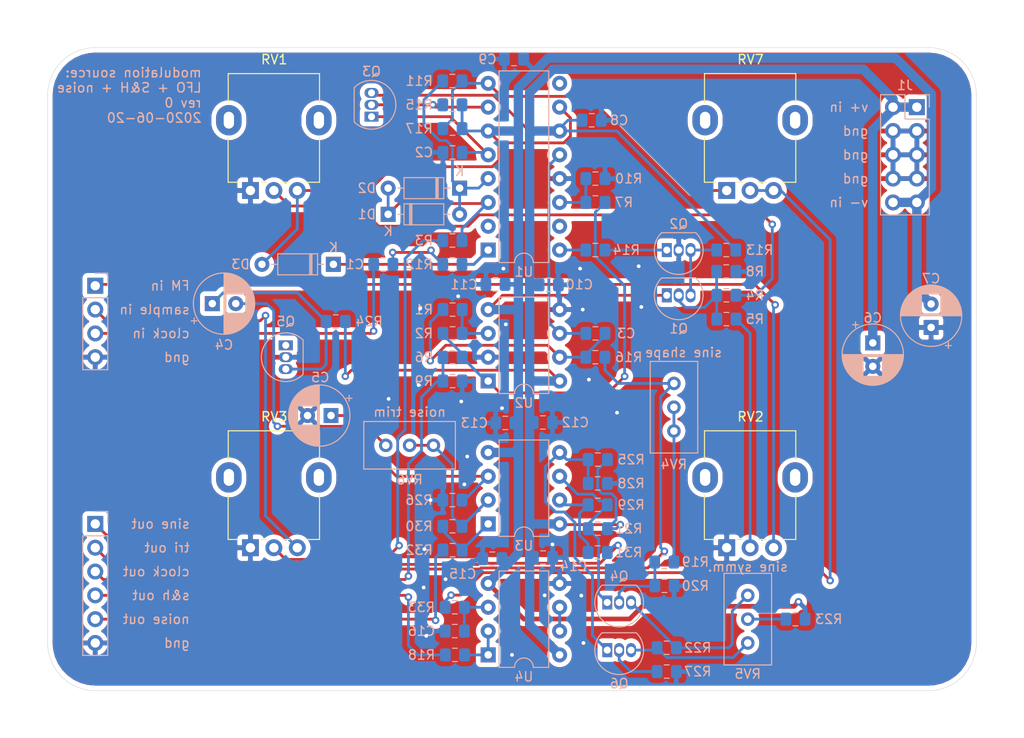
<source format=kicad_pcb>
(kicad_pcb (version 20171130) (host pcbnew 5.1.6-c6e7f7d~86~ubuntu18.04.1)
  (layers (0 F.Cu signal) (31 B.Cu signal) (34 B.Paste user) (35 F.Paste user) (36 B.SilkS user) (37 F.SilkS user) (38 B.Mask user) (39 F.Mask user) (44 Edge.Cuts user))
  (net 0 "")
  (net 1 sample_gate_in)
  (net 2 "Net-(C1-Pad1)")
  (net 3 "Net-(C2-Pad2)")
  (net 4 GND)
  (net 5 "Net-(C3-Pad2)")
  (net 6 "Net-(C3-Pad1)")
  (net 7 "Net-(C4-Pad2)")
  (net 8 "Net-(C4-Pad1)")
  (net 9 "Net-(C5-Pad1)")
  (net 10 +12V)
  (net 11 -12V)
  (net 12 "Net-(C16-Pad1)")
  (net 13 "Net-(D1-Pad2)")
  (net 14 "Net-(D1-Pad1)")
  (net 15 "Net-(D3-Pad1)")
  (net 16 "Net-(Q1-Pad3)")
  (net 17 "Net-(Q1-Pad2)")
  (net 18 "Net-(Q2-Pad1)")
  (net 19 "Net-(Q3-Pad2)")
  (net 20 "Net-(Q4-Pad1)")
  (net 21 "Net-(Q4-Pad3)")
  (net 22 "Net-(Q4-Pad2)")
  (net 23 "Net-(Q5-Pad1)")
  (net 24 "Net-(Q6-Pad1)")
  (net 25 "Net-(Q6-Pad3)")
  (net 26 "Net-(Q6-Pad2)")
  (net 27 "Net-(R1-Pad2)")
  (net 28 "Net-(R2-Pad1)")
  (net 29 "Net-(R3-Pad2)")
  (net 30 "Net-(R4-Pad2)")
  (net 31 "Net-(R5-Pad2)")
  (net 32 square_out)
  (net 33 "Net-(R10-Pad1)")
  (net 34 "Net-(R11-Pad1)")
  (net 35 "Net-(R14-Pad2)")
  (net 36 tri_out)
  (net 37 "Net-(R18-Pad2)")
  (net 38 s_and_h_out)
  (net 39 "Net-(R19-Pad1)")
  (net 40 "Net-(R23-Pad2)")
  (net 41 "Net-(R29-Pad1)")
  (net 42 "Net-(R30-Pad2)")
  (net 43 "Net-(R30-Pad1)")
  (net 44 sine_out)
  (net 45 noise_out)
  (net 46 "Net-(R33-Pad2)")
  (net 47 FM_in)
  (net 48 sample_signal_in)
  (net 49 "Net-(U1-Pad15)")
  (net 50 "Net-(U1-Pad2)")
  (net 51 "Net-(U1-Pad9)")
  (net 52 "Net-(U4-Pad6)")
  (module Capacitor_THT:CP_Radial_D6.3mm_P2.50mm (layer B.Cu) (at 195.834 80.645 90)
    (fp_text reference C7 (at 5.207 0 180) (layer B.SilkS) (effects (justify mirror)))
    (fp_text value 10uF)
    (pad 2 thru_hole circle (at 2.5 0 90) (size 1.6 1.6) (drill 0.8) (layers *.Cu *.Mask) (net 11 -12V))
    (pad 1 thru_hole rect (at 0 0 90) (size 1.6 1.6) (drill 0.8) (layers *.Cu *.Mask) (net 4 GND))
  )
  (module Capacitor_THT:CP_Radial_D6.3mm_P2.50mm (layer B.Cu) (at 189.611 82.296 270)
    (fp_text reference C6 (at -2.667 0) (layer B.SilkS) (effects (justify mirror)))
    (fp_text value 10uF)
    (pad 2 thru_hole circle (at 2.5 0 270) (size 1.6 1.6) (drill 0.8) (layers *.Cu *.Mask) (net 4 GND))
    (pad 1 thru_hole rect (at 0 0 270) (size 1.6 1.6) (drill 0.8) (layers *.Cu *.Mask) (net 10 +12V))
  )
  (module Capacitor_THT:CP_Radial_D6.3mm_P2.50mm (layer B.Cu) (at 131.826 90.043 180)
    (fp_text reference C5 (at 1.143 4.064) (layer B.SilkS) (effects (justify mirror)))
    (fp_text value 47uF)
    (pad 2 thru_hole circle (at 2.5 0 180) (size 1.6 1.6) (drill 0.8) (layers *.Cu *.Mask) (net 4 GND))
    (pad 1 thru_hole rect (at 0 0 180) (size 1.6 1.6) (drill 0.8) (layers *.Cu *.Mask) (net 9 "Net-(C5-Pad1)"))
  )
  (module Capacitor_THT:CP_Radial_D6.3mm_P2.50mm (layer B.Cu) (at 119.166 78.105)
    (fp_text reference C4 (at 1.25 4.4) (layer B.SilkS) (effects (justify mirror)))
    (fp_text value 47uF)
    (pad 2 thru_hole circle (at 2.5 0) (size 1.6 1.6) (drill 0.8) (layers *.Cu *.Mask) (net 7 "Net-(C4-Pad2)"))
    (pad 1 thru_hole rect (at 0 0) (size 1.6 1.6) (drill 0.8) (layers *.Cu *.Mask) (net 8 "Net-(C4-Pad1)"))
  )
  (module Potentiometer_THT:Potentiometer_Alpha_RD901F-40-00D_Single_Vertical (layer F.Cu) (at 174.03 66.04 90)
    (fp_text reference RV7 (at 13.97 2.54) (layer F.SilkS))
    (fp_text value 1MA)
    (pad "" thru_hole oval (at 7.5 -2.3 180) (size 2.72 3.24) (drill oval 1.1 1.8) (layers *.Cu *.Mask))
    (pad "" thru_hole oval (at 7.5 7.3 180) (size 2.72 3.24) (drill oval 1.1 1.8) (layers *.Cu *.Mask))
    (pad 3 thru_hole circle (at 0 5 180) (size 1.8 1.8) (drill 1) (layers *.Cu *.Mask) (net 46 "Net-(R33-Pad2)"))
    (pad 2 thru_hole circle (at 0 2.5 180) (size 1.8 1.8) (drill 1) (layers *.Cu *.Mask) (net 46 "Net-(R33-Pad2)"))
    (pad 1 thru_hole rect (at 0 0 180) (size 1.8 1.8) (drill 1) (layers *.Cu *.Mask) (net 34 "Net-(R11-Pad1)"))
  )
  (module Potentiometer_THT:Potentiometer_Alpha_RD901F-40-00D_Single_Vertical (layer F.Cu) (at 123.23 104.14 90)
    (fp_text reference RV3 (at 13.97 2.54) (layer F.SilkS))
    (fp_text value 100k)
    (pad "" thru_hole oval (at 7.5 -2.3 180) (size 2.72 3.24) (drill oval 1.1 1.8) (layers *.Cu *.Mask))
    (pad "" thru_hole oval (at 7.5 7.3 180) (size 2.72 3.24) (drill oval 1.1 1.8) (layers *.Cu *.Mask))
    (pad 3 thru_hole circle (at 0 5 180) (size 1.8 1.8) (drill 1) (layers *.Cu *.Mask) (net 48 sample_signal_in))
    (pad 2 thru_hole circle (at 0 2.5 180) (size 1.8 1.8) (drill 1) (layers *.Cu *.Mask) (net 29 "Net-(R3-Pad2)"))
    (pad 1 thru_hole rect (at 0 0 180) (size 1.8 1.8) (drill 1) (layers *.Cu *.Mask) (net 4 GND))
  )
  (module Potentiometer_THT:Potentiometer_Alpha_RD901F-40-00D_Single_Vertical (layer F.Cu) (at 174.03 104.14 90)
    (fp_text reference RV2 (at 13.97 2.54) (layer F.SilkS))
    (fp_text value 100k)
    (pad "" thru_hole oval (at 7.5 -2.3 180) (size 2.72 3.24) (drill oval 1.1 1.8) (layers *.Cu *.Mask))
    (pad "" thru_hole oval (at 7.5 7.3 180) (size 2.72 3.24) (drill oval 1.1 1.8) (layers *.Cu *.Mask))
    (pad 3 thru_hole circle (at 0 5 180) (size 1.8 1.8) (drill 1) (layers *.Cu *.Mask) (net 47 FM_in))
    (pad 2 thru_hole circle (at 0 2.5 180) (size 1.8 1.8) (drill 1) (layers *.Cu *.Mask) (net 31 "Net-(R5-Pad2)"))
    (pad 1 thru_hole rect (at 0 0 180) (size 1.8 1.8) (drill 1) (layers *.Cu *.Mask) (net 4 GND))
  )
  (module Potentiometer_THT:Potentiometer_Alpha_RD901F-40-00D_Single_Vertical (layer F.Cu) (at 123.23 66.04 90)
    (fp_text reference RV1 (at 13.97 2.54) (layer F.SilkS))
    (fp_text value 100k)
    (pad "" thru_hole oval (at 7.5 -2.3 180) (size 2.72 3.24) (drill oval 1.1 1.8) (layers *.Cu *.Mask))
    (pad "" thru_hole oval (at 7.5 7.3 180) (size 2.72 3.24) (drill oval 1.1 1.8) (layers *.Cu *.Mask))
    (pad 3 thru_hole circle (at 0 5 180) (size 1.8 1.8) (drill 1) (layers *.Cu *.Mask) (net 11 -12V))
    (pad 2 thru_hole circle (at 0 2.5 180) (size 1.8 1.8) (drill 1) (layers *.Cu *.Mask) (net 30 "Net-(R4-Pad2)"))
    (pad 1 thru_hole rect (at 0 0 180) (size 1.8 1.8) (drill 1) (layers *.Cu *.Mask) (net 4 GND))
  )
  (module Connector_PinHeader_2.54mm:PinHeader_1x06_P2.54mm_Vertical (layer B.Cu) (at 106.68 101.6 180)
    (fp_text reference outputs1 hide)
    (fp_text value Conn_01x06)
    (pad 6 thru_hole oval (at 0 -12.7 180) (size 1.7 1.7) (drill 1) (layers *.Cu *.Mask) (net 4 GND))
    (pad 5 thru_hole oval (at 0 -10.16 180) (size 1.7 1.7) (drill 1) (layers *.Cu *.Mask) (net 45 noise_out))
    (pad 4 thru_hole oval (at 0 -7.62 180) (size 1.7 1.7) (drill 1) (layers *.Cu *.Mask) (net 38 s_and_h_out))
    (pad 3 thru_hole oval (at 0 -5.08 180) (size 1.7 1.7) (drill 1) (layers *.Cu *.Mask) (net 32 square_out))
    (pad 2 thru_hole oval (at 0 -2.54 180) (size 1.7 1.7) (drill 1) (layers *.Cu *.Mask) (net 36 tri_out))
    (pad 1 thru_hole rect (at 0 0 180) (size 1.7 1.7) (drill 1) (layers *.Cu *.Mask) (net 44 sine_out))
  )
  (module Connector_PinHeader_2.54mm:PinHeader_1x04_P2.54mm_Vertical (layer B.Cu) (at 106.68 76.2 180)
    (fp_text reference inputs1 hide)
    (fp_text value Conn_01x04)
    (pad 4 thru_hole oval (at 0 -7.62 180) (size 1.7 1.7) (drill 1) (layers *.Cu *.Mask) (net 4 GND))
    (pad 3 thru_hole oval (at 0 -5.08 180) (size 1.7 1.7) (drill 1) (layers *.Cu *.Mask) (net 1 sample_gate_in))
    (pad 2 thru_hole oval (at 0 -2.54 180) (size 1.7 1.7) (drill 1) (layers *.Cu *.Mask) (net 48 sample_signal_in))
    (pad 1 thru_hole rect (at 0 0 180) (size 1.7 1.7) (drill 1) (layers *.Cu *.Mask) (net 47 FM_in))
  )
  (module Package_DIP:DIP-8_W7.62mm (layer B.Cu) (at 148.59 101.6)
    (fp_text reference U3 (at 3.81 2.33) (layer B.SilkS) (effects (justify mirror)))
    (fp_text value TL072)
    (pad 8 thru_hole oval (at 7.62 0) (size 1.6 1.6) (drill 0.8) (layers *.Cu *.Mask) (net 10 +12V))
    (pad 4 thru_hole oval (at 0 -7.62) (size 1.6 1.6) (drill 0.8) (layers *.Cu *.Mask) (net 11 -12V))
    (pad 7 thru_hole oval (at 7.62 -2.54) (size 1.6 1.6) (drill 0.8) (layers *.Cu *.Mask) (net 41 "Net-(R29-Pad1)"))
    (pad 3 thru_hole oval (at 0 -5.08) (size 1.6 1.6) (drill 0.8) (layers *.Cu *.Mask) (net 7 "Net-(C4-Pad2)"))
    (pad 6 thru_hole oval (at 7.62 -5.08) (size 1.6 1.6) (drill 0.8) (layers *.Cu *.Mask) (net 20 "Net-(Q4-Pad1)"))
    (pad 2 thru_hole oval (at 0 -2.54) (size 1.6 1.6) (drill 0.8) (layers *.Cu *.Mask) (net 42 "Net-(R30-Pad2)"))
    (pad 5 thru_hole oval (at 7.62 -7.62) (size 1.6 1.6) (drill 0.8) (layers *.Cu *.Mask) (net 24 "Net-(Q6-Pad1)"))
    (pad 1 thru_hole rect (at 0 0) (size 1.6 1.6) (drill 0.8) (layers *.Cu *.Mask) (net 43 "Net-(R30-Pad1)"))
  )
  (module Package_DIP:DIP-8_W7.62mm (layer B.Cu) (at 148.59 86.36)
    (fp_text reference U2 (at 3.81 2.33) (layer B.SilkS) (effects (justify mirror)))
    (fp_text value TL072)
    (pad 8 thru_hole oval (at 7.62 0) (size 1.6 1.6) (drill 0.8) (layers *.Cu *.Mask) (net 10 +12V))
    (pad 4 thru_hole oval (at 0 -7.62) (size 1.6 1.6) (drill 0.8) (layers *.Cu *.Mask) (net 11 -12V))
    (pad 7 thru_hole oval (at 7.62 -2.54) (size 1.6 1.6) (drill 0.8) (layers *.Cu *.Mask) (net 6 "Net-(C3-Pad1)"))
    (pad 3 thru_hole oval (at 0 -5.08) (size 1.6 1.6) (drill 0.8) (layers *.Cu *.Mask) (net 27 "Net-(R1-Pad2)"))
    (pad 6 thru_hole oval (at 7.62 -5.08) (size 1.6 1.6) (drill 0.8) (layers *.Cu *.Mask) (net 5 "Net-(C3-Pad2)"))
    (pad 2 thru_hole oval (at 0 -2.54) (size 1.6 1.6) (drill 0.8) (layers *.Cu *.Mask) (net 4 GND))
    (pad 5 thru_hole oval (at 7.62 -7.62) (size 1.6 1.6) (drill 0.8) (layers *.Cu *.Mask) (net 4 GND))
    (pad 1 thru_hole rect (at 0 0) (size 1.6 1.6) (drill 0.8) (layers *.Cu *.Mask) (net 28 "Net-(R2-Pad1)"))
  )
  (module Package_DIP:DIP-8_W7.62mm (layer B.Cu) (at 148.59 115.57)
    (fp_text reference U4 (at 3.81 2.33) (layer B.SilkS) (effects (justify mirror)))
    (fp_text value TL072)
    (pad 8 thru_hole oval (at 7.62 0) (size 1.6 1.6) (drill 0.8) (layers *.Cu *.Mask) (net 10 +12V))
    (pad 4 thru_hole oval (at 0 -7.62) (size 1.6 1.6) (drill 0.8) (layers *.Cu *.Mask) (net 11 -12V))
    (pad 7 thru_hole oval (at 7.62 -2.54) (size 1.6 1.6) (drill 0.8) (layers *.Cu *.Mask) (net 52 "Net-(U4-Pad6)"))
    (pad 3 thru_hole oval (at 0 -5.08) (size 1.6 1.6) (drill 0.8) (layers *.Cu *.Mask) (net 12 "Net-(C16-Pad1)"))
    (pad 6 thru_hole oval (at 7.62 -5.08) (size 1.6 1.6) (drill 0.8) (layers *.Cu *.Mask) (net 52 "Net-(U4-Pad6)"))
    (pad 2 thru_hole oval (at 0 -2.54) (size 1.6 1.6) (drill 0.8) (layers *.Cu *.Mask) (net 37 "Net-(R18-Pad2)"))
    (pad 5 thru_hole oval (at 7.62 -7.62) (size 1.6 1.6) (drill 0.8) (layers *.Cu *.Mask) (net 4 GND))
    (pad 1 thru_hole rect (at 0 0) (size 1.6 1.6) (drill 0.8) (layers *.Cu *.Mask) (net 37 "Net-(R18-Pad2)"))
  )
  (module Package_DIP:DIP-16_W7.62mm (layer B.Cu) (at 148.59 72.39)
    (fp_text reference U1 (at 3.81 2.33) (layer B.SilkS) (effects (justify mirror)))
    (fp_text value LM13700)
    (pad 16 thru_hole oval (at 7.62 0) (size 1.6 1.6) (drill 0.8) (layers *.Cu *.Mask) (net 35 "Net-(R14-Pad2)"))
    (pad 8 thru_hole oval (at 0 -17.78) (size 1.6 1.6) (drill 0.8) (layers *.Cu *.Mask) (net 34 "Net-(R11-Pad1)"))
    (pad 15 thru_hole oval (at 7.62 -2.54) (size 1.6 1.6) (drill 0.8) (layers *.Cu *.Mask) (net 49 "Net-(U1-Pad15)"))
    (pad 7 thru_hole oval (at 0 -15.24) (size 1.6 1.6) (drill 0.8) (layers *.Cu *.Mask) (net 19 "Net-(Q3-Pad2)"))
    (pad 14 thru_hole oval (at 7.62 -5.08) (size 1.6 1.6) (drill 0.8) (layers *.Cu *.Mask) (net 33 "Net-(R10-Pad1)"))
    (pad 6 thru_hole oval (at 0 -12.7) (size 1.6 1.6) (drill 0.8) (layers *.Cu *.Mask) (net 11 -12V))
    (pad 13 thru_hole oval (at 7.62 -7.62) (size 1.6 1.6) (drill 0.8) (layers *.Cu *.Mask) (net 4 GND))
    (pad 5 thru_hole oval (at 0 -10.16) (size 1.6 1.6) (drill 0.8) (layers *.Cu *.Mask) (net 3 "Net-(C2-Pad2)"))
    (pad 12 thru_hole oval (at 7.62 -10.16) (size 1.6 1.6) (drill 0.8) (layers *.Cu *.Mask) (net 5 "Net-(C3-Pad2)"))
    (pad 4 thru_hole oval (at 0 -7.62) (size 1.6 1.6) (drill 0.8) (layers *.Cu *.Mask) (net 13 "Net-(D1-Pad2)"))
    (pad 11 thru_hole oval (at 7.62 -12.7) (size 1.6 1.6) (drill 0.8) (layers *.Cu *.Mask) (net 10 +12V))
    (pad 3 thru_hole oval (at 0 -5.08) (size 1.6 1.6) (drill 0.8) (layers *.Cu *.Mask) (net 14 "Net-(D1-Pad1)"))
    (pad 10 thru_hole oval (at 7.62 -15.24) (size 1.6 1.6) (drill 0.8) (layers *.Cu *.Mask) (net 11 -12V))
    (pad 2 thru_hole oval (at 0 -2.54) (size 1.6 1.6) (drill 0.8) (layers *.Cu *.Mask) (net 50 "Net-(U1-Pad2)"))
    (pad 9 thru_hole oval (at 7.62 -17.78) (size 1.6 1.6) (drill 0.8) (layers *.Cu *.Mask) (net 51 "Net-(U1-Pad9)"))
    (pad 1 thru_hole rect (at 0 0) (size 1.6 1.6) (drill 0.8) (layers *.Cu *.Mask) (net 15 "Net-(D3-Pad1)"))
  )
  (module Potentiometer_THT:Potentiometer_Bourns_3296W_Vertical (layer B.Cu) (at 142.748 93.218)
    (fp_text reference RV6 (at -2.54 3.66) (layer B.SilkS) (effects (justify mirror)))
    (fp_text value ???)
    (pad 3 thru_hole circle (at -5.08 0) (size 1.44 1.44) (drill 0.8) (layers *.Cu *.Mask) (net 9 "Net-(C5-Pad1)"))
    (pad 2 thru_hole circle (at -2.54 0) (size 1.44 1.44) (drill 0.8) (layers *.Cu *.Mask) (net 42 "Net-(R30-Pad2)"))
    (pad 1 thru_hole circle (at 0 0) (size 1.44 1.44) (drill 0.8) (layers *.Cu *.Mask) (net 42 "Net-(R30-Pad2)"))
  )
  (module Potentiometer_THT:Potentiometer_Bourns_3296W_Vertical (layer B.Cu) (at 176.276 114.3 270)
    (fp_text reference RV5 (at 3.302 0 180) (layer B.SilkS) (effects (justify mirror)))
    (fp_text value 50k)
    (pad 3 thru_hole circle (at -5.08 0 270) (size 1.44 1.44) (drill 0.8) (layers *.Cu *.Mask) (net 21 "Net-(Q4-Pad3)"))
    (pad 2 thru_hole circle (at -2.54 0 270) (size 1.44 1.44) (drill 0.8) (layers *.Cu *.Mask) (net 40 "Net-(R23-Pad2)"))
    (pad 1 thru_hole circle (at 0 0 270) (size 1.44 1.44) (drill 0.8) (layers *.Cu *.Mask) (net 25 "Net-(Q6-Pad3)"))
  )
  (module Potentiometer_THT:Potentiometer_Bourns_3296W_Vertical (layer B.Cu) (at 168.402 91.694 270)
    (fp_text reference RV4 (at 3.556 0 180) (layer B.SilkS) (effects (justify mirror)))
    (fp_text value 50k)
    (pad 3 thru_hole circle (at -5.08 0 270) (size 1.44 1.44) (drill 0.8) (layers *.Cu *.Mask) (net 36 tri_out))
    (pad 2 thru_hole circle (at -2.54 0 270) (size 1.44 1.44) (drill 0.8) (layers *.Cu *.Mask) (net 39 "Net-(R19-Pad1)"))
    (pad 1 thru_hole circle (at 0 0 270) (size 1.44 1.44) (drill 0.8) (layers *.Cu *.Mask) (net 39 "Net-(R19-Pad1)"))
  )
  (module Resistor_SMD:R_0805_2012Metric_Pad1.15x1.40mm_HandSolder (layer B.Cu) (at 145.025 110.49 180)
    (fp_text reference R33 (at 3.565 0) (layer B.SilkS) (effects (justify mirror)))
    (fp_text value 1k)
    (pad 2 smd roundrect (at 1.025 0 180) (size 1.15 1.4) (layers B.Cu B.Paste B.Mask) (roundrect_rratio 0.217391) (net 46 "Net-(R33-Pad2)"))
    (pad 1 smd roundrect (at -1.025 0 180) (size 1.15 1.4) (layers B.Cu B.Paste B.Mask) (roundrect_rratio 0.217391) (net 12 "Net-(C16-Pad1)"))
  )
  (module Resistor_SMD:R_0805_2012Metric_Pad1.15x1.40mm_HandSolder (layer B.Cu) (at 144.789 104.394)
    (fp_text reference R32 (at -3.565 0) (layer B.SilkS) (effects (justify mirror)))
    (fp_text value 1k)
    (pad 2 smd roundrect (at 1.025 0) (size 1.15 1.4) (layers B.Cu B.Paste B.Mask) (roundrect_rratio 0.217391) (net 43 "Net-(R30-Pad1)"))
    (pad 1 smd roundrect (at -1.025 0) (size 1.15 1.4) (layers B.Cu B.Paste B.Mask) (roundrect_rratio 0.217391) (net 45 noise_out))
  )
  (module Resistor_SMD:R_0805_2012Metric_Pad1.15x1.40mm_HandSolder (layer B.Cu) (at 160.265 104.648 180)
    (fp_text reference R31 (at -3.311 0) (layer B.SilkS) (effects (justify mirror)))
    (fp_text value 1k)
    (pad 2 smd roundrect (at 1.025 0 180) (size 1.15 1.4) (layers B.Cu B.Paste B.Mask) (roundrect_rratio 0.217391) (net 41 "Net-(R29-Pad1)"))
    (pad 1 smd roundrect (at -1.025 0 180) (size 1.15 1.4) (layers B.Cu B.Paste B.Mask) (roundrect_rratio 0.217391) (net 44 sine_out))
  )
  (module Resistor_SMD:R_0805_2012Metric_Pad1.15x1.40mm_HandSolder (layer B.Cu) (at 144.771 101.854)
    (fp_text reference R30 (at -3.565 0) (layer B.SilkS) (effects (justify mirror)))
    (fp_text value 10M)
    (pad 2 smd roundrect (at 1.025 0) (size 1.15 1.4) (layers B.Cu B.Paste B.Mask) (roundrect_rratio 0.217391) (net 42 "Net-(R30-Pad2)"))
    (pad 1 smd roundrect (at -1.025 0) (size 1.15 1.4) (layers B.Cu B.Paste B.Mask) (roundrect_rratio 0.217391) (net 43 "Net-(R30-Pad1)"))
  )
  (module Resistor_SMD:R_0805_2012Metric_Pad1.15x1.40mm_HandSolder (layer B.Cu) (at 160.274 99.568)
    (fp_text reference R29 (at 3.556 0) (layer B.SilkS) (effects (justify mirror)))
    (fp_text value 15k)
    (pad 2 smd roundrect (at 1.025 0) (size 1.15 1.4) (layers B.Cu B.Paste B.Mask) (roundrect_rratio 0.217391) (net 20 "Net-(Q4-Pad1)"))
    (pad 1 smd roundrect (at -1.025 0) (size 1.15 1.4) (layers B.Cu B.Paste B.Mask) (roundrect_rratio 0.217391) (net 41 "Net-(R29-Pad1)"))
  )
  (module Resistor_SMD:R_0805_2012Metric_Pad1.15x1.40mm_HandSolder (layer B.Cu) (at 160.274 97.282 180)
    (fp_text reference R28 (at -3.556 0) (layer B.SilkS) (effects (justify mirror)))
    (fp_text value 15k)
    (pad 2 smd roundrect (at 1.025 0 180) (size 1.15 1.4) (layers B.Cu B.Paste B.Mask) (roundrect_rratio 0.217391) (net 24 "Net-(Q6-Pad1)"))
    (pad 1 smd roundrect (at -1.025 0 180) (size 1.15 1.4) (layers B.Cu B.Paste B.Mask) (roundrect_rratio 0.217391) (net 4 GND))
  )
  (module Resistor_SMD:R_0805_2012Metric_Pad1.15x1.40mm_HandSolder (layer B.Cu) (at 167.631 117.348 180)
    (fp_text reference R27 (at -3.311 0) (layer B.SilkS) (effects (justify mirror)))
    (fp_text value 2k2)
    (pad 2 smd roundrect (at 1.025 0 180) (size 1.15 1.4) (layers B.Cu B.Paste B.Mask) (roundrect_rratio 0.217391) (net 26 "Net-(Q6-Pad2)"))
    (pad 1 smd roundrect (at -1.025 0 180) (size 1.15 1.4) (layers B.Cu B.Paste B.Mask) (roundrect_rratio 0.217391) (net 4 GND))
  )
  (module Resistor_SMD:R_0805_2012Metric_Pad1.15x1.40mm_HandSolder (layer B.Cu) (at 144.771 99.06)
    (fp_text reference R26 (at -3.565 0) (layer B.SilkS) (effects (justify mirror)))
    (fp_text value 1M)
    (pad 2 smd roundrect (at 1.025 0) (size 1.15 1.4) (layers B.Cu B.Paste B.Mask) (roundrect_rratio 0.217391) (net 7 "Net-(C4-Pad2)"))
    (pad 1 smd roundrect (at -1.025 0) (size 1.15 1.4) (layers B.Cu B.Paste B.Mask) (roundrect_rratio 0.217391) (net 4 GND))
  )
  (module Resistor_SMD:R_0805_2012Metric_Pad1.15x1.40mm_HandSolder (layer B.Cu) (at 160.283 94.742)
    (fp_text reference R25 (at 3.556 0) (layer B.SilkS) (effects (justify mirror)))
    (fp_text value 10k)
    (pad 2 smd roundrect (at 1.025 0) (size 1.15 1.4) (layers B.Cu B.Paste B.Mask) (roundrect_rratio 0.217391) (net 10 +12V))
    (pad 1 smd roundrect (at -1.025 0) (size 1.15 1.4) (layers B.Cu B.Paste B.Mask) (roundrect_rratio 0.217391) (net 24 "Net-(Q6-Pad1)"))
  )
  (module Resistor_SMD:R_0805_2012Metric_Pad1.15x1.40mm_HandSolder (layer B.Cu) (at 132.325 80.01 180)
    (fp_text reference R24 (at -3.565 0) (layer B.SilkS) (effects (justify mirror)))
    (fp_text value 150k)
    (pad 2 smd roundrect (at 1.025 0 180) (size 1.15 1.4) (layers B.Cu B.Paste B.Mask) (roundrect_rratio 0.217391) (net 8 "Net-(C4-Pad1)"))
    (pad 1 smd roundrect (at -1.025 0 180) (size 1.15 1.4) (layers B.Cu B.Paste B.Mask) (roundrect_rratio 0.217391) (net 10 +12V))
  )
  (module Resistor_SMD:R_0805_2012Metric_Pad1.15x1.40mm_HandSolder (layer B.Cu) (at 181.365 111.76 180)
    (fp_text reference R23 (at -3.547 0) (layer B.SilkS) (effects (justify mirror)))
    (fp_text value 18k)
    (pad 2 smd roundrect (at 1.025 0 180) (size 1.15 1.4) (layers B.Cu B.Paste B.Mask) (roundrect_rratio 0.217391) (net 40 "Net-(R23-Pad2)"))
    (pad 1 smd roundrect (at -1.025 0 180) (size 1.15 1.4) (layers B.Cu B.Paste B.Mask) (roundrect_rratio 0.217391) (net 11 -12V))
  )
  (module Resistor_SMD:R_0805_2012Metric_Pad1.15x1.40mm_HandSolder (layer B.Cu) (at 167.631 114.808 180)
    (fp_text reference R22 (at -3.311 0) (layer B.SilkS) (effects (justify mirror)))
    (fp_text value 390)
    (pad 2 smd roundrect (at 1.025 0 180) (size 1.15 1.4) (layers B.Cu B.Paste B.Mask) (roundrect_rratio 0.217391) (net 25 "Net-(Q6-Pad3)"))
    (pad 1 smd roundrect (at -1.025 0 180) (size 1.15 1.4) (layers B.Cu B.Paste B.Mask) (roundrect_rratio 0.217391) (net 21 "Net-(Q4-Pad3)"))
  )
  (module Resistor_SMD:R_0805_2012Metric_Pad1.15x1.40mm_HandSolder (layer B.Cu) (at 160.283 102.108)
    (fp_text reference R21 (at 3.302 0) (layer B.SilkS) (effects (justify mirror)))
    (fp_text value 10k)
    (pad 2 smd roundrect (at 1.025 0) (size 1.15 1.4) (layers B.Cu B.Paste B.Mask) (roundrect_rratio 0.217391) (net 10 +12V))
    (pad 1 smd roundrect (at -1.025 0) (size 1.15 1.4) (layers B.Cu B.Paste B.Mask) (roundrect_rratio 0.217391) (net 20 "Net-(Q4-Pad1)"))
  )
  (module Resistor_SMD:R_0805_2012Metric_Pad1.15x1.40mm_HandSolder (layer B.Cu) (at 167.395 108.204 180)
    (fp_text reference R20 (at -3.293 0) (layer B.SilkS) (effects (justify mirror)))
    (fp_text value 2k2)
    (pad 2 smd roundrect (at 1.025 0 180) (size 1.15 1.4) (layers B.Cu B.Paste B.Mask) (roundrect_rratio 0.217391) (net 22 "Net-(Q4-Pad2)"))
    (pad 1 smd roundrect (at -1.025 0 180) (size 1.15 1.4) (layers B.Cu B.Paste B.Mask) (roundrect_rratio 0.217391) (net 4 GND))
  )
  (module Resistor_SMD:R_0805_2012Metric_Pad1.15x1.40mm_HandSolder (layer B.Cu) (at 167.377 105.664 180)
    (fp_text reference R19 (at -3.311 0) (layer B.SilkS) (effects (justify mirror)))
    (fp_text value 27k)
    (pad 2 smd roundrect (at 1.025 0 180) (size 1.15 1.4) (layers B.Cu B.Paste B.Mask) (roundrect_rratio 0.217391) (net 22 "Net-(Q4-Pad2)"))
    (pad 1 smd roundrect (at -1.025 0 180) (size 1.15 1.4) (layers B.Cu B.Paste B.Mask) (roundrect_rratio 0.217391) (net 39 "Net-(R19-Pad1)"))
  )
  (module Resistor_SMD:R_0805_2012Metric_Pad1.15x1.40mm_HandSolder (layer B.Cu) (at 145.043 115.57)
    (fp_text reference R18 (at -3.565 0) (layer B.SilkS) (effects (justify mirror)))
    (fp_text value 1k)
    (pad 2 smd roundrect (at 1.025 0) (size 1.15 1.4) (layers B.Cu B.Paste B.Mask) (roundrect_rratio 0.217391) (net 37 "Net-(R18-Pad2)"))
    (pad 1 smd roundrect (at -1.025 0) (size 1.15 1.4) (layers B.Cu B.Paste B.Mask) (roundrect_rratio 0.217391) (net 38 s_and_h_out))
  )
  (module Resistor_SMD:R_0805_2012Metric_Pad1.15x1.40mm_HandSolder (layer B.Cu) (at 144.78 59.436 180)
    (fp_text reference R17 (at 3.556 0) (layer B.SilkS) (effects (justify mirror)))
    (fp_text value 15k)
    (pad 2 smd roundrect (at 1.025 0 180) (size 1.15 1.4) (layers B.Cu B.Paste B.Mask) (roundrect_rratio 0.217391) (net 34 "Net-(R11-Pad1)"))
    (pad 1 smd roundrect (at -1.025 0 180) (size 1.15 1.4) (layers B.Cu B.Paste B.Mask) (roundrect_rratio 0.217391) (net 11 -12V))
  )
  (module Resistor_SMD:R_0805_2012Metric_Pad1.15x1.40mm_HandSolder (layer B.Cu) (at 160.02 83.82 180)
    (fp_text reference R16 (at -3.556 0) (layer B.SilkS) (effects (justify mirror)))
    (fp_text value 1k)
    (pad 2 smd roundrect (at 1.025 0 180) (size 1.15 1.4) (layers B.Cu B.Paste B.Mask) (roundrect_rratio 0.217391) (net 6 "Net-(C3-Pad1)"))
    (pad 1 smd roundrect (at -1.025 0 180) (size 1.15 1.4) (layers B.Cu B.Paste B.Mask) (roundrect_rratio 0.217391) (net 36 tri_out))
  )
  (module Resistor_SMD:R_0805_2012Metric_Pad1.15x1.40mm_HandSolder (layer B.Cu) (at 144.771 56.896 180)
    (fp_text reference R15 (at 3.547 0) (layer B.SilkS) (effects (justify mirror)))
    (fp_text value 51k)
    (pad 2 smd roundrect (at 1.025 0 180) (size 1.15 1.4) (layers B.Cu B.Paste B.Mask) (roundrect_rratio 0.217391) (net 19 "Net-(Q3-Pad2)"))
    (pad 1 smd roundrect (at -1.025 0 180) (size 1.15 1.4) (layers B.Cu B.Paste B.Mask) (roundrect_rratio 0.217391) (net 11 -12V))
  )
  (module Resistor_SMD:R_0805_2012Metric_Pad1.15x1.40mm_HandSolder (layer B.Cu) (at 160.02 72.39 180)
    (fp_text reference R14 (at -3.311 0) (layer B.SilkS) (effects (justify mirror)))
    (fp_text value 15k)
    (pad 2 smd roundrect (at 1.025 0 180) (size 1.15 1.4) (layers B.Cu B.Paste B.Mask) (roundrect_rratio 0.217391) (net 35 "Net-(R14-Pad2)"))
    (pad 1 smd roundrect (at -1.025 0 180) (size 1.15 1.4) (layers B.Cu B.Paste B.Mask) (roundrect_rratio 0.217391) (net 18 "Net-(Q2-Pad1)"))
  )
  (module Resistor_SMD:R_0805_2012Metric_Pad1.15x1.40mm_HandSolder (layer B.Cu) (at 173.981 72.39 180)
    (fp_text reference R13 (at -3.565 0) (layer B.SilkS) (effects (justify mirror)))
    (fp_text value 15k)
    (pad 2 smd roundrect (at 1.025 0 180) (size 1.15 1.4) (layers B.Cu B.Paste B.Mask) (roundrect_rratio 0.217391) (net 16 "Net-(Q1-Pad3)"))
    (pad 1 smd roundrect (at -1.025 0 180) (size 1.15 1.4) (layers B.Cu B.Paste B.Mask) (roundrect_rratio 0.217391) (net 10 +12V))
  )
  (module Resistor_SMD:R_0805_2012Metric_Pad1.15x1.40mm_HandSolder (layer B.Cu) (at 144.771 73.914 180)
    (fp_text reference R12 (at 3.547 0) (layer B.SilkS) (effects (justify mirror)))
    (fp_text value 33k)
    (pad 2 smd roundrect (at 1.025 0 180) (size 1.15 1.4) (layers B.Cu B.Paste B.Mask) (roundrect_rratio 0.217391) (net 2 "Net-(C1-Pad1)"))
    (pad 1 smd roundrect (at -1.025 0 180) (size 1.15 1.4) (layers B.Cu B.Paste B.Mask) (roundrect_rratio 0.217391) (net 15 "Net-(D3-Pad1)"))
  )
  (module Resistor_SMD:R_0805_2012Metric_Pad1.15x1.40mm_HandSolder (layer B.Cu) (at 144.771 54.356 180)
    (fp_text reference R11 (at 3.547 0) (layer B.SilkS) (effects (justify mirror)))
    (fp_text value 33k)
    (pad 2 smd roundrect (at 1.025 0 180) (size 1.15 1.4) (layers B.Cu B.Paste B.Mask) (roundrect_rratio 0.217391) (net 13 "Net-(D1-Pad2)"))
    (pad 1 smd roundrect (at -1.025 0 180) (size 1.15 1.4) (layers B.Cu B.Paste B.Mask) (roundrect_rratio 0.217391) (net 34 "Net-(R11-Pad1)"))
  )
  (module Resistor_SMD:R_0805_2012Metric_Pad1.15x1.40mm_HandSolder (layer B.Cu) (at 160.029 64.77)
    (fp_text reference R10 (at 3.547 0) (layer B.SilkS) (effects (justify mirror)))
    (fp_text value 10k)
    (pad 2 smd roundrect (at 1.025 0) (size 1.15 1.4) (layers B.Cu B.Paste B.Mask) (roundrect_rratio 0.217391) (net 4 GND))
    (pad 1 smd roundrect (at -1.025 0) (size 1.15 1.4) (layers B.Cu B.Paste B.Mask) (roundrect_rratio 0.217391) (net 33 "Net-(R10-Pad1)"))
  )
  (module Resistor_SMD:R_0805_2012Metric_Pad1.15x1.40mm_HandSolder (layer B.Cu) (at 144.789 86.36)
    (fp_text reference R9 (at -3.057 0) (layer B.SilkS) (effects (justify mirror)))
    (fp_text value ???)
    (pad 2 smd roundrect (at 1.025 0) (size 1.15 1.4) (layers B.Cu B.Paste B.Mask) (roundrect_rratio 0.217391) (net 4 GND))
    (pad 1 smd roundrect (at -1.025 0) (size 1.15 1.4) (layers B.Cu B.Paste B.Mask) (roundrect_rratio 0.217391) (net 32 square_out))
  )
  (module Resistor_SMD:R_0805_2012Metric_Pad1.15x1.40mm_HandSolder (layer B.Cu) (at 173.981 74.676)
    (fp_text reference R8 (at 3.057 0) (layer B.SilkS) (effects (justify mirror)))
    (fp_text value 2k)
    (pad 2 smd roundrect (at 1.025 0) (size 1.15 1.4) (layers B.Cu B.Paste B.Mask) (roundrect_rratio 0.217391) (net 4 GND))
    (pad 1 smd roundrect (at -1.025 0) (size 1.15 1.4) (layers B.Cu B.Paste B.Mask) (roundrect_rratio 0.217391) (net 17 "Net-(Q1-Pad2)"))
  )
  (module Resistor_SMD:R_0805_2012Metric_Pad1.15x1.40mm_HandSolder (layer B.Cu) (at 160.029 67.31)
    (fp_text reference R7 (at 3.039 0) (layer B.SilkS) (effects (justify mirror)))
    (fp_text value 33k)
    (pad 2 smd roundrect (at 1.025 0) (size 1.15 1.4) (layers B.Cu B.Paste B.Mask) (roundrect_rratio 0.217391) (net 28 "Net-(R2-Pad1)"))
    (pad 1 smd roundrect (at -1.025 0) (size 1.15 1.4) (layers B.Cu B.Paste B.Mask) (roundrect_rratio 0.217391) (net 33 "Net-(R10-Pad1)"))
  )
  (module Resistor_SMD:R_0805_2012Metric_Pad1.15x1.40mm_HandSolder (layer B.Cu) (at 144.789 83.82)
    (fp_text reference R6 (at -3.057 0) (layer B.SilkS) (effects (justify mirror)))
    (fp_text value ???)
    (pad 2 smd roundrect (at 1.025 0) (size 1.15 1.4) (layers B.Cu B.Paste B.Mask) (roundrect_rratio 0.217391) (net 28 "Net-(R2-Pad1)"))
    (pad 1 smd roundrect (at -1.025 0) (size 1.15 1.4) (layers B.Cu B.Paste B.Mask) (roundrect_rratio 0.217391) (net 32 square_out))
  )
  (module Resistor_SMD:R_0805_2012Metric_Pad1.15x1.40mm_HandSolder (layer B.Cu) (at 173.999 79.756)
    (fp_text reference R5 (at 3.039 0) (layer B.SilkS) (effects (justify mirror)))
    (fp_text value 33k)
    (pad 2 smd roundrect (at 1.025 0) (size 1.15 1.4) (layers B.Cu B.Paste B.Mask) (roundrect_rratio 0.217391) (net 31 "Net-(R5-Pad2)"))
    (pad 1 smd roundrect (at -1.025 0) (size 1.15 1.4) (layers B.Cu B.Paste B.Mask) (roundrect_rratio 0.217391) (net 17 "Net-(Q1-Pad2)"))
  )
  (module Resistor_SMD:R_0805_2012Metric_Pad1.15x1.40mm_HandSolder (layer B.Cu) (at 173.99 77.216)
    (fp_text reference R4 (at 3.048 0) (layer B.SilkS) (effects (justify mirror)))
    (fp_text value 100k)
    (pad 2 smd roundrect (at 1.025 0) (size 1.15 1.4) (layers B.Cu B.Paste B.Mask) (roundrect_rratio 0.217391) (net 30 "Net-(R4-Pad2)"))
    (pad 1 smd roundrect (at -1.025 0) (size 1.15 1.4) (layers B.Cu B.Paste B.Mask) (roundrect_rratio 0.217391) (net 17 "Net-(Q1-Pad2)"))
  )
  (module Resistor_SMD:R_0805_2012Metric_Pad1.15x1.40mm_HandSolder (layer B.Cu) (at 144.771 71.374 180)
    (fp_text reference R3 (at 3.039 0) (layer B.SilkS) (effects (justify mirror)))
    (fp_text value 33k)
    (pad 2 smd roundrect (at 1.025 0 180) (size 1.15 1.4) (layers B.Cu B.Paste B.Mask) (roundrect_rratio 0.217391) (net 29 "Net-(R3-Pad2)"))
    (pad 1 smd roundrect (at -1.025 0 180) (size 1.15 1.4) (layers B.Cu B.Paste B.Mask) (roundrect_rratio 0.217391) (net 14 "Net-(D1-Pad1)"))
  )
  (module Resistor_SMD:R_0805_2012Metric_Pad1.15x1.40mm_HandSolder (layer B.Cu) (at 144.789 81.28)
    (fp_text reference R2 (at -3.057 0) (layer B.SilkS) (effects (justify mirror)))
    (fp_text value 300k)
    (pad 2 smd roundrect (at 1.025 0) (size 1.15 1.4) (layers B.Cu B.Paste B.Mask) (roundrect_rratio 0.217391) (net 27 "Net-(R1-Pad2)"))
    (pad 1 smd roundrect (at -1.025 0) (size 1.15 1.4) (layers B.Cu B.Paste B.Mask) (roundrect_rratio 0.217391) (net 28 "Net-(R2-Pad1)"))
  )
  (module Resistor_SMD:R_0805_2012Metric_Pad1.15x1.40mm_HandSolder (layer B.Cu) (at 144.789 78.74)
    (fp_text reference R1 (at -3.057 0) (layer B.SilkS) (effects (justify mirror)))
    (fp_text value 100k)
    (pad 2 smd roundrect (at 1.025 0) (size 1.15 1.4) (layers B.Cu B.Paste B.Mask) (roundrect_rratio 0.217391) (net 27 "Net-(R1-Pad2)"))
    (pad 1 smd roundrect (at -1.025 0) (size 1.15 1.4) (layers B.Cu B.Paste B.Mask) (roundrect_rratio 0.217391) (net 6 "Net-(C3-Pad1)"))
  )
  (module Package_TO_SOT_THT:TO-92_Inline (layer B.Cu) (at 161.29 115.062)
    (fp_text reference Q6 (at 1.27 3.56) (layer B.SilkS) (effects (justify mirror)))
    (fp_text value BC550)
    (pad 1 thru_hole rect (at 0 0) (size 1.05 1.5) (drill 0.75) (layers *.Cu *.Mask) (net 24 "Net-(Q6-Pad1)"))
    (pad 3 thru_hole oval (at 2.54 0) (size 1.05 1.5) (drill 0.75) (layers *.Cu *.Mask) (net 25 "Net-(Q6-Pad3)"))
    (pad 2 thru_hole oval (at 1.27 0) (size 1.05 1.5) (drill 0.75) (layers *.Cu *.Mask) (net 26 "Net-(Q6-Pad2)"))
  )
  (module Package_TO_SOT_THT:TO-92_Inline (layer B.Cu) (at 127 82.55 270)
    (fp_text reference Q5 (at -2.54 0 180) (layer B.SilkS) (effects (justify mirror)))
    (fp_text value BC550)
    (pad 1 thru_hole rect (at 0 0 270) (size 1.05 1.5) (drill 0.75) (layers *.Cu *.Mask) (net 23 "Net-(Q5-Pad1)"))
    (pad 3 thru_hole oval (at 2.54 0 270) (size 1.05 1.5) (drill 0.75) (layers *.Cu *.Mask) (net 8 "Net-(C4-Pad1)"))
    (pad 2 thru_hole oval (at 1.27 0 270) (size 1.05 1.5) (drill 0.75) (layers *.Cu *.Mask) (net 4 GND))
  )
  (module Package_TO_SOT_THT:TO-92_Inline (layer B.Cu) (at 161.29 109.982)
    (fp_text reference Q4 (at 1.27 -2.794) (layer B.SilkS) (effects (justify mirror)))
    (fp_text value BC550)
    (pad 1 thru_hole rect (at 0 0) (size 1.05 1.5) (drill 0.75) (layers *.Cu *.Mask) (net 20 "Net-(Q4-Pad1)"))
    (pad 3 thru_hole oval (at 2.54 0) (size 1.05 1.5) (drill 0.75) (layers *.Cu *.Mask) (net 21 "Net-(Q4-Pad3)"))
    (pad 2 thru_hole oval (at 1.27 0) (size 1.05 1.5) (drill 0.75) (layers *.Cu *.Mask) (net 22 "Net-(Q4-Pad2)"))
  )
  (module Package_TO_SOT_THT:TO-92_Inline (layer B.Cu) (at 136.144 58.166 90)
    (fp_text reference Q3 (at 4.826 0 180) (layer B.SilkS) (effects (justify mirror)))
    (fp_text value BF245A)
    (pad 1 thru_hole rect (at 0 0 90) (size 1.05 1.5) (drill 0.75) (layers *.Cu *.Mask) (net 3 "Net-(C2-Pad2)"))
    (pad 3 thru_hole oval (at 2.54 0 90) (size 1.05 1.5) (drill 0.75) (layers *.Cu *.Mask) (net 10 +12V))
    (pad 2 thru_hole oval (at 1.27 0 90) (size 1.05 1.5) (drill 0.75) (layers *.Cu *.Mask) (net 19 "Net-(Q3-Pad2)"))
  )
  (module Package_TO_SOT_THT:TO-92_Inline (layer B.Cu) (at 167.64 72.39)
    (fp_text reference Q2 (at 1.27 -2.794) (layer B.SilkS) (effects (justify mirror)))
    (fp_text value BC560)
    (pad 1 thru_hole rect (at 0 0) (size 1.05 1.5) (drill 0.75) (layers *.Cu *.Mask) (net 18 "Net-(Q2-Pad1)"))
    (pad 3 thru_hole oval (at 2.54 0) (size 1.05 1.5) (drill 0.75) (layers *.Cu *.Mask) (net 16 "Net-(Q1-Pad3)"))
    (pad 2 thru_hole oval (at 1.27 0) (size 1.05 1.5) (drill 0.75) (layers *.Cu *.Mask) (net 4 GND))
  )
  (module Package_TO_SOT_THT:TO-92_Inline (layer B.Cu) (at 167.64 77.216)
    (fp_text reference Q1 (at 1.27 3.56) (layer B.SilkS) (effects (justify mirror)))
    (fp_text value BC560)
    (pad 1 thru_hole rect (at 0 0) (size 1.05 1.5) (drill 0.75) (layers *.Cu *.Mask) (net 11 -12V))
    (pad 3 thru_hole oval (at 2.54 0) (size 1.05 1.5) (drill 0.75) (layers *.Cu *.Mask) (net 16 "Net-(Q1-Pad3)"))
    (pad 2 thru_hole oval (at 1.27 0) (size 1.05 1.5) (drill 0.75) (layers *.Cu *.Mask) (net 17 "Net-(Q1-Pad2)"))
  )
  (module Connector_PinHeader_2.54mm:PinHeader_2x05_P2.54mm_Vertical (layer B.Cu) (at 194.31 57.15 180)
    (fp_text reference J1 (at 1.27 2.33) (layer B.SilkS) (effects (justify mirror)))
    (fp_text value power_in)
    (pad 10 thru_hole oval (at 2.54 -10.16 180) (size 1.7 1.7) (drill 1) (layers *.Cu *.Mask) (net 11 -12V))
    (pad 9 thru_hole oval (at 0 -10.16 180) (size 1.7 1.7) (drill 1) (layers *.Cu *.Mask) (net 11 -12V))
    (pad 8 thru_hole oval (at 2.54 -7.62 180) (size 1.7 1.7) (drill 1) (layers *.Cu *.Mask) (net 4 GND))
    (pad 7 thru_hole oval (at 0 -7.62 180) (size 1.7 1.7) (drill 1) (layers *.Cu *.Mask) (net 4 GND))
    (pad 6 thru_hole oval (at 2.54 -5.08 180) (size 1.7 1.7) (drill 1) (layers *.Cu *.Mask) (net 4 GND))
    (pad 5 thru_hole oval (at 0 -5.08 180) (size 1.7 1.7) (drill 1) (layers *.Cu *.Mask) (net 4 GND))
    (pad 4 thru_hole oval (at 2.54 -2.54 180) (size 1.7 1.7) (drill 1) (layers *.Cu *.Mask) (net 4 GND))
    (pad 3 thru_hole oval (at 0 -2.54 180) (size 1.7 1.7) (drill 1) (layers *.Cu *.Mask) (net 4 GND))
    (pad 2 thru_hole oval (at 2.54 0 180) (size 1.7 1.7) (drill 1) (layers *.Cu *.Mask) (net 10 +12V))
    (pad 1 thru_hole rect (at 0 0 180) (size 1.7 1.7) (drill 1) (layers *.Cu *.Mask) (net 10 +12V))
  )
  (module Diode_THT:D_DO-35_SOD27_P7.62mm_Horizontal (layer B.Cu) (at 132.08 73.914 180)
    (fp_text reference D3 (at 9.906 0) (layer B.SilkS) (effects (justify mirror)))
    (fp_text value 1N4148)
    (fp_text user K (at 0 1.8) (layer B.SilkS) (effects (justify mirror)))
    (pad 2 thru_hole oval (at 7.62 0 180) (size 1.6 1.6) (drill 0.8) (layers *.Cu *.Mask) (net 11 -12V))
    (pad 1 thru_hole rect (at 0 0 180) (size 1.6 1.6) (drill 0.8) (layers *.Cu *.Mask) (net 15 "Net-(D3-Pad1)"))
  )
  (module Diode_THT:D_DO-35_SOD27_P7.62mm_Horizontal (layer B.Cu) (at 145.542 65.786 180)
    (fp_text reference D2 (at 9.906 0) (layer B.SilkS) (effects (justify mirror)))
    (fp_text value 1N4148)
    (fp_text user K (at 0 1.8) (layer B.SilkS) (effects (justify mirror)))
    (pad 2 thru_hole oval (at 7.62 0 180) (size 1.6 1.6) (drill 0.8) (layers *.Cu *.Mask) (net 14 "Net-(D1-Pad1)"))
    (pad 1 thru_hole rect (at 0 0 180) (size 1.6 1.6) (drill 0.8) (layers *.Cu *.Mask) (net 13 "Net-(D1-Pad2)"))
  )
  (module Diode_THT:D_DO-35_SOD27_P7.62mm_Horizontal (layer B.Cu) (at 137.922 68.58)
    (fp_text reference D1 (at -2.286 0) (layer B.SilkS) (effects (justify mirror)))
    (fp_text value 1N4148)
    (fp_text user K (at 0 1.8) (layer B.SilkS) (effects (justify mirror)))
    (pad 2 thru_hole oval (at 7.62 0) (size 1.6 1.6) (drill 0.8) (layers *.Cu *.Mask) (net 13 "Net-(D1-Pad2)"))
    (pad 1 thru_hole rect (at 0 0) (size 1.6 1.6) (drill 0.8) (layers *.Cu *.Mask) (net 14 "Net-(D1-Pad1)"))
  )
  (module Capacitor_SMD:C_0805_2012Metric_Pad1.15x1.40mm_HandSolder (layer B.Cu) (at 145.025 113.03 180)
    (fp_text reference C16 (at 3.547 0) (layer B.SilkS) (effects (justify mirror)))
    (fp_text value 100nF)
    (pad 2 smd roundrect (at 1.025 0 180) (size 1.15 1.4) (layers B.Cu B.Paste B.Mask) (roundrect_rratio 0.217391) (net 4 GND))
    (pad 1 smd roundrect (at -1.025 0 180) (size 1.15 1.4) (layers B.Cu B.Paste B.Mask) (roundrect_rratio 0.217391) (net 12 "Net-(C16-Pad1)"))
  )
  (module Capacitor_SMD:C_0805_2012Metric_Pad1.15x1.40mm_HandSolder (layer B.Cu) (at 149.0308 105.3084)
    (fp_text reference C15 (at -3.1586 1.6256) (layer B.SilkS) (effects (justify mirror)))
    (fp_text value 100nF)
    (pad 2 smd roundrect (at 1.025 0) (size 1.15 1.4) (layers B.Cu B.Paste B.Mask) (roundrect_rratio 0.217391) (net 11 -12V))
    (pad 1 smd roundrect (at -1.025 0) (size 1.15 1.4) (layers B.Cu B.Paste B.Mask) (roundrect_rratio 0.217391) (net 4 GND))
  )
  (module Capacitor_SMD:C_0805_2012Metric_Pad1.15x1.40mm_HandSolder (layer B.Cu) (at 154.441 105.1814)
    (fp_text reference C14 (at 3.2676 0.9398) (layer B.SilkS) (effects (justify mirror)))
    (fp_text value 100nF)
    (pad 2 smd roundrect (at 1.025 0) (size 1.15 1.4) (layers B.Cu B.Paste B.Mask) (roundrect_rratio 0.217391) (net 4 GND))
    (pad 1 smd roundrect (at -1.025 0) (size 1.15 1.4) (layers B.Cu B.Paste B.Mask) (roundrect_rratio 0.217391) (net 10 +12V))
  )
  (module Capacitor_SMD:C_0805_2012Metric_Pad1.15x1.40mm_HandSolder (layer B.Cu) (at 150.4188 90.8304)
    (fp_text reference C13 (at -3.302 0) (layer B.SilkS) (effects (justify mirror)))
    (fp_text value 100nF)
    (pad 2 smd roundrect (at 1.025 0) (size 1.15 1.4) (layers B.Cu B.Paste B.Mask) (roundrect_rratio 0.217391) (net 11 -12V))
    (pad 1 smd roundrect (at -1.025 0) (size 1.15 1.4) (layers B.Cu B.Paste B.Mask) (roundrect_rratio 0.217391) (net 4 GND))
  )
  (module Capacitor_SMD:C_0805_2012Metric_Pad1.15x1.40mm_HandSolder (layer B.Cu) (at 154.4156 90.7796)
    (fp_text reference C12 (at 3.4708 0) (layer B.SilkS) (effects (justify mirror)))
    (fp_text value 100nF)
    (pad 2 smd roundrect (at 1.025 0) (size 1.15 1.4) (layers B.Cu B.Paste B.Mask) (roundrect_rratio 0.217391) (net 4 GND))
    (pad 1 smd roundrect (at -1.025 0) (size 1.15 1.4) (layers B.Cu B.Paste B.Mask) (roundrect_rratio 0.217391) (net 10 +12V))
  )
  (module Capacitor_SMD:C_0805_2012Metric_Pad1.15x1.40mm_HandSolder (layer B.Cu) (at 149.3684 76.0476)
    (fp_text reference C11 (at -3.3618 0.0254) (layer B.SilkS) (effects (justify mirror)))
    (fp_text value 100nF)
    (pad 2 smd roundrect (at 1.025 0) (size 1.15 1.4) (layers B.Cu B.Paste B.Mask) (roundrect_rratio 0.217391) (net 11 -12V))
    (pad 1 smd roundrect (at -1.025 0) (size 1.15 1.4) (layers B.Cu B.Paste B.Mask) (roundrect_rratio 0.217391) (net 4 GND))
  )
  (module Capacitor_SMD:C_0805_2012Metric_Pad1.15x1.40mm_HandSolder (layer B.Cu) (at 155.0506 76.0984)
    (fp_text reference C10 (at 3.2676 -0.0254) (layer B.SilkS) (effects (justify mirror)))
    (fp_text value 100nF)
    (pad 2 smd roundrect (at 1.025 0) (size 1.15 1.4) (layers B.Cu B.Paste B.Mask) (roundrect_rratio 0.217391) (net 4 GND))
    (pad 1 smd roundrect (at -1.025 0) (size 1.15 1.4) (layers B.Cu B.Paste B.Mask) (roundrect_rratio 0.217391) (net 10 +12V))
  )
  (module Capacitor_SMD:C_0805_2012Metric_Pad1.15x1.40mm_HandSolder (layer B.Cu) (at 151.3422 52.0192)
    (fp_text reference C9 (at -2.8284 0.0254) (layer B.SilkS) (effects (justify mirror)))
    (fp_text value 100nF)
    (pad 2 smd roundrect (at 1.025 0) (size 1.15 1.4) (layers B.Cu B.Paste B.Mask) (roundrect_rratio 0.217391) (net 11 -12V))
    (pad 1 smd roundrect (at -1.025 0) (size 1.15 1.4) (layers B.Cu B.Paste B.Mask) (roundrect_rratio 0.217391) (net 4 GND))
  )
  (module Capacitor_SMD:C_0805_2012Metric_Pad1.15x1.40mm_HandSolder (layer B.Cu) (at 159.63 58.547)
    (fp_text reference C8 (at 2.93 0) (layer B.SilkS) (effects (justify mirror)))
    (fp_text value 100nF)
    (pad 2 smd roundrect (at 1.025 0) (size 1.15 1.4) (layers B.Cu B.Paste B.Mask) (roundrect_rratio 0.217391) (net 4 GND))
    (pad 1 smd roundrect (at -1.025 0) (size 1.15 1.4) (layers B.Cu B.Paste B.Mask) (roundrect_rratio 0.217391) (net 10 +12V))
  )
  (module Capacitor_SMD:C_0805_2012Metric_Pad1.15x1.40mm_HandSolder (layer B.Cu) (at 160.029 81.28 180)
    (fp_text reference C3 (at -3.293 0) (layer B.SilkS) (effects (justify mirror)))
    (fp_text value 220nF)
    (pad 2 smd roundrect (at 1.025 0 180) (size 1.15 1.4) (layers B.Cu B.Paste B.Mask) (roundrect_rratio 0.217391) (net 5 "Net-(C3-Pad2)"))
    (pad 1 smd roundrect (at -1.025 0 180) (size 1.15 1.4) (layers B.Cu B.Paste B.Mask) (roundrect_rratio 0.217391) (net 6 "Net-(C3-Pad1)"))
  )
  (module Capacitor_SMD:C_0805_2012Metric_Pad1.15x1.40mm_HandSolder (layer B.Cu) (at 144.789 61.976)
    (fp_text reference C2 (at -3.057 0) (layer B.SilkS) (effects (justify mirror)))
    (fp_text value 10nF)
    (pad 2 smd roundrect (at 1.025 0) (size 1.15 1.4) (layers B.Cu B.Paste B.Mask) (roundrect_rratio 0.217391) (net 3 "Net-(C2-Pad2)"))
    (pad 1 smd roundrect (at -1.025 0) (size 1.15 1.4) (layers B.Cu B.Paste B.Mask) (roundrect_rratio 0.217391) (net 4 GND))
  )
  (module Capacitor_SMD:C_0805_2012Metric_Pad1.15x1.40mm_HandSolder (layer B.Cu) (at 137.405 73.914 180)
    (fp_text reference C1 (at 3.039 0) (layer B.SilkS) (effects (justify mirror)))
    (fp_text value 10nF)
    (pad 2 smd roundrect (at 1.025 0 180) (size 1.15 1.4) (layers B.Cu B.Paste B.Mask) (roundrect_rratio 0.217391) (net 1 sample_gate_in))
    (pad 1 smd roundrect (at -1.025 0 180) (size 1.15 1.4) (layers B.Cu B.Paste B.Mask) (roundrect_rratio 0.217391) (net 2 "Net-(C1-Pad1)"))
  )
  (gr_text "modulation source:\nLFO + S&H + noise\nrev 0\n2020-06-20" (at 118.11 55.88) (layer B.SilkS) (effects (font (size 1 1)) (justify left mirror)))
  (gr_text "v- in" (at 189.23 67.31) (layer B.SilkS) (effects (font (size 1 1)) (justify left mirror)))
  (gr_text gnd (at 189.23 64.77) (layer B.SilkS) (effects (font (size 1 1)) (justify left mirror)))
  (gr_text gnd (at 189.23 62.23) (layer B.SilkS) (effects (font (size 1 1)) (justify left mirror)))
  (gr_text gnd (at 189.23 59.69) (layer B.SilkS) (effects (font (size 1 1)) (justify left mirror)))
  (gr_text "v+ in" (at 189.23 57.15) (layer B.SilkS) (effects (font (size 1 1)) (justify left mirror)))
  (gr_text gnd (at 116.84 114.3) (layer B.SilkS) (effects (font (size 1 1)) (justify left mirror)))
  (gr_text "noise out" (at 116.84 111.76) (layer B.SilkS) (effects (font (size 1 1)) (justify left mirror)))
  (gr_text "s&h out" (at 116.84 109.22) (layer B.SilkS) (effects (font (size 1 1)) (justify left mirror)))
  (gr_text "clock out" (at 116.84 106.68) (layer B.SilkS) (effects (font (size 1 1)) (justify left mirror)))
  (gr_text "tri out" (at 116.84 104.14) (layer B.SilkS) (effects (font (size 1 1)) (justify left mirror)))
  (gr_text "sine out" (at 116.84 101.6) (layer B.SilkS) (effects (font (size 1 1)) (justify left mirror)))
  (gr_text gnd (at 116.84 83.82) (layer B.SilkS) (effects (font (size 1 1)) (justify left mirror)))
  (gr_text "clock in" (at 116.84 81.28) (layer B.SilkS) (effects (font (size 1 1)) (justify left mirror)))
  (gr_text "sample in" (at 116.84 78.74) (layer B.SilkS) (effects (font (size 1 1)) (justify left mirror)))
  (gr_text "FM in" (at 116.84 76.2) (layer B.SilkS) (effects (font (size 1 1)) (justify left mirror)))
  (gr_text "sine shape" (at 169.418 83.312) (layer B.SilkS) (effects (font (size 1 1)) (justify mirror)))
  (gr_text "sine symm." (at 176.276 106.172) (layer B.SilkS) (effects (font (size 1 1)) (justify mirror)))
  (gr_text "noise trim" (at 140.208 89.662) (layer B.SilkS) (effects (font (size 1 1)) (justify mirror)))
  (gr_arc (start 195.58 114.3) (end 195.58 119.38) (angle -90) (layer Edge.Cuts) (width 0.05))
  (gr_arc (start 106.68 114.3) (end 101.6 114.3) (angle -90) (layer Edge.Cuts) (width 0.05))
  (gr_arc (start 106.68 55.88) (end 106.68 50.8) (angle -90) (layer Edge.Cuts) (width 0.05))
  (gr_arc (start 195.58 55.88) (end 200.66 55.88) (angle -90) (layer Edge.Cuts) (width 0.05))
  (gr_line (start 195.58 50.8) (end 106.68 50.8) (layer Edge.Cuts) (width 0.05))
  (gr_line (start 200.66 114.3) (end 200.66 55.88) (layer Edge.Cuts) (width 0.05))
  (gr_line (start 106.68 119.38) (end 195.58 119.38) (layer Edge.Cuts) (width 0.05))
  (gr_line (start 101.6 55.88) (end 101.6 114.3) (layer Edge.Cuts) (width 0.05))
  (via (at 136.3726 81.026) (size 0.8) (drill 0.4) (layers F.Cu B.Cu) (net 1))
  (segment (start 106.68 81.28) (end 136.1186 81.28) (width 0.3) (layer F.Cu) (net 1))
  (segment (start 136.1186 81.28) (end 136.3726 81.026) (width 0.3) (layer F.Cu) (net 1))
  (segment (start 136.3726 73.9214) (end 136.38 73.914) (width 0.3) (layer B.Cu) (net 1))
  (segment (start 136.3726 81.026) (end 136.3726 73.9214) (width 0.3) (layer B.Cu) (net 1))
  (via (at 138.4046 72.644) (size 0.8) (drill 0.4) (layers F.Cu B.Cu) (net 2))
  (segment (start 138.43 73.914) (end 138.43 72.6694) (width 0.3) (layer B.Cu) (net 2))
  (segment (start 138.43 72.6694) (end 138.4046 72.644) (width 0.3) (layer B.Cu) (net 2))
  (via (at 142.494 72.4154) (size 0.8) (drill 0.4) (layers F.Cu B.Cu) (net 2))
  (segment (start 138.4046 72.644) (end 142.2654 72.644) (width 0.3) (layer F.Cu) (net 2))
  (segment (start 142.2654 72.644) (end 142.494 72.4154) (width 0.3) (layer F.Cu) (net 2))
  (segment (start 142.494 72.662) (end 143.746 73.914) (width 0.3) (layer B.Cu) (net 2))
  (segment (start 142.494 72.4154) (end 142.494 72.662) (width 0.3) (layer B.Cu) (net 2))
  (segment (start 148.336 61.976) (end 148.59 62.23) (width 0.3) (layer B.Cu) (net 3))
  (segment (start 145.814 61.976) (end 148.336 61.976) (width 0.3) (layer B.Cu) (net 3))
  (segment (start 144.526 58.166) (end 148.59 62.23) (width 0.3) (layer F.Cu) (net 3))
  (segment (start 136.144 58.166) (end 144.526 58.166) (width 0.3) (layer F.Cu) (net 3))
  (via (at 158.6738 78.74) (size 0.8) (drill 0.4) (layers F.Cu B.Cu) (net 4))
  (via (at 158.3944 74.3712) (size 0.8) (drill 0.4) (layers F.Cu B.Cu) (net 4))
  (via (at 164.6428 74.1172) (size 0.8) (drill 0.4) (layers F.Cu B.Cu) (net 4))
  (via (at 164.9222 78.4606) (size 0.8) (drill 0.4) (layers F.Cu B.Cu) (net 4))
  (via (at 159.3342 86.2076) (size 0.8) (drill 0.4) (layers F.Cu B.Cu) (net 4))
  (via (at 162.3314 89.7382) (size 0.8) (drill 0.4) (layers F.Cu B.Cu) (net 4))
  (via (at 150.4696 80.3148) (size 0.8) (drill 0.4) (layers F.Cu B.Cu) (net 4))
  (via (at 150.0632 89.2556) (size 0.8) (drill 0.4) (layers F.Cu B.Cu) (net 4))
  (via (at 145.7198 88.5444) (size 0.8) (drill 0.4) (layers F.Cu B.Cu) (net 4))
  (via (at 146.3548 94.4118) (size 0.8) (drill 0.4) (layers F.Cu B.Cu) (net 4))
  (via (at 146.05 97.3836) (size 0.8) (drill 0.4) (layers F.Cu B.Cu) (net 4))
  (via (at 142.4432 99.06) (size 0.8) (drill 0.4) (layers F.Cu B.Cu) (net 4))
  (via (at 141.7828 104.2924) (size 0.8) (drill 0.4) (layers F.Cu B.Cu) (net 4))
  (via (at 141.7066 108.3818) (size 0.8) (drill 0.4) (layers F.Cu B.Cu) (net 4))
  (via (at 155.448 103.7844) (size 0.8) (drill 0.4) (layers F.Cu B.Cu) (net 4))
  (via (at 154.6098 109.22) (size 0.8) (drill 0.4) (layers F.Cu B.Cu) (net 4))
  (via (at 158.5214 109.2454) (size 0.8) (drill 0.4) (layers F.Cu B.Cu) (net 4))
  (via (at 144.0434 107.4928) (size 0.8) (drill 0.4) (layers F.Cu B.Cu) (net 4))
  (segment (start 148.0058 105.3084) (end 147.4216 105.3084) (width 0.5) (layer B.Cu) (net 4))
  (segment (start 147.4216 105.3084) (end 146.3294 106.4006) (width 0.5) (layer B.Cu) (net 4))
  (segment (start 145.1356 106.4006) (end 144.0434 107.4928) (width 0.5) (layer B.Cu) (net 4))
  (segment (start 146.3294 106.4006) (end 145.1356 106.4006) (width 0.5) (layer B.Cu) (net 4))
  (via (at 150.2156 74.3712) (size 0.8) (drill 0.4) (layers F.Cu B.Cu) (net 4))
  (via (at 145.3896 77.3176) (size 0.8) (drill 0.4) (layers F.Cu B.Cu) (net 4))
  (via (at 141.3256 78.6384) (size 0.8) (drill 0.4) (layers F.Cu B.Cu) (net 4))
  (via (at 141.1732 86.7918) (size 0.8) (drill 0.4) (layers F.Cu B.Cu) (net 4))
  (via (at 137.9728 88.265) (size 0.8) (drill 0.4) (layers F.Cu B.Cu) (net 4))
  (via (at 158.75 114.3) (size 0.8) (drill 0.4) (layers F.Cu B.Cu) (net 4))
  (via (at 151.13 115.57) (size 0.8) (drill 0.4) (layers F.Cu B.Cu) (net 4))
  (via (at 141.986 113.538) (size 0.8) (drill 0.4) (layers F.Cu B.Cu) (net 4))
  (segment (start 156.21 81.28) (end 159.004 81.28) (width 0.3) (layer B.Cu) (net 5))
  (segment (start 155.059999 63.380001) (end 156.21 62.23) (width 0.3) (layer B.Cu) (net 5))
  (segment (start 155.059999 80.129999) (end 155.059999 63.380001) (width 0.3) (layer B.Cu) (net 5))
  (segment (start 156.21 81.28) (end 155.059999 80.129999) (width 0.3) (layer B.Cu) (net 5))
  (segment (start 156.21 83.82) (end 158.995 83.82) (width 0.3) (layer B.Cu) (net 6))
  (via (at 142.4178 84.201) (size 0.8) (drill 0.4) (layers F.Cu B.Cu) (net 6))
  (segment (start 142.4178 80.0862) (end 143.764 78.74) (width 0.3) (layer B.Cu) (net 6))
  (segment (start 142.4178 84.201) (end 142.4178 80.0862) (width 0.3) (layer B.Cu) (net 6))
  (segment (start 158.995 83.82) (end 158.995 83.575) (width 0.3) (layer B.Cu) (net 6))
  (segment (start 161.054 81.516) (end 161.054 81.28) (width 0.3) (layer B.Cu) (net 6))
  (segment (start 158.995 83.575) (end 161.054 81.516) (width 0.3) (layer B.Cu) (net 6))
  (segment (start 144.0688 82.55) (end 142.4178 84.201) (width 0.3) (layer F.Cu) (net 6))
  (segment (start 156.21 83.82) (end 154.94 82.55) (width 0.3) (layer F.Cu) (net 6))
  (segment (start 154.94 82.55) (end 144.0688 82.55) (width 0.3) (layer F.Cu) (net 6))
  (segment (start 146.05 99.06) (end 148.59 96.52) (width 0.3) (layer B.Cu) (net 7))
  (segment (start 145.796 99.06) (end 146.05 99.06) (width 0.3) (layer B.Cu) (net 7))
  (segment (start 121.666 78.105) (end 124.968 78.105) (width 0.3) (layer B.Cu) (net 7))
  (segment (start 124.968 78.105) (end 125.711001 78.848001) (width 0.3) (layer B.Cu) (net 7))
  (segment (start 125.711001 90.786001) (end 126.111 91.186) (width 0.3) (layer B.Cu) (net 7))
  (via (at 126.111 91.186) (size 0.8) (drill 0.4) (layers F.Cu B.Cu) (net 7))
  (segment (start 125.711001 78.848001) (end 125.711001 90.786001) (width 0.3) (layer B.Cu) (net 7))
  (segment (start 128.766998 91.186) (end 126.111 91.186) (width 0.3) (layer F.Cu) (net 7))
  (segment (start 128.773999 91.193001) (end 128.766998 91.186) (width 0.3) (layer F.Cu) (net 7))
  (segment (start 129.878001 91.193001) (end 128.773999 91.193001) (width 0.3) (layer F.Cu) (net 7))
  (segment (start 130.738998 91.186) (end 129.885002 91.186) (width 0.3) (layer F.Cu) (net 7))
  (segment (start 138.811 96.52) (end 133.477 91.186) (width 0.3) (layer F.Cu) (net 7))
  (segment (start 130.745999 91.193001) (end 130.738998 91.186) (width 0.3) (layer F.Cu) (net 7))
  (segment (start 148.59 96.52) (end 138.811 96.52) (width 0.3) (layer F.Cu) (net 7))
  (segment (start 133.477 91.186) (end 132.913002 91.186) (width 0.3) (layer F.Cu) (net 7))
  (segment (start 129.885002 91.186) (end 129.878001 91.193001) (width 0.3) (layer F.Cu) (net 7))
  (segment (start 132.913002 91.186) (end 132.906001 91.193001) (width 0.3) (layer F.Cu) (net 7))
  (segment (start 132.906001 91.193001) (end 130.745999 91.193001) (width 0.3) (layer F.Cu) (net 7))
  (segment (start 127 85.09) (end 130.81 85.09) (width 0.3) (layer B.Cu) (net 8))
  (segment (start 131.3 84.6) (end 130.81 85.09) (width 0.3) (layer B.Cu) (net 8))
  (segment (start 131.3 80.01) (end 131.3 84.6) (width 0.3) (layer B.Cu) (net 8))
  (segment (start 128.244999 76.954999) (end 131.3 80.01) (width 0.3) (layer B.Cu) (net 8))
  (segment (start 120.316001 76.954999) (end 128.244999 76.954999) (width 0.3) (layer B.Cu) (net 8))
  (segment (start 119.166 78.105) (end 120.316001 76.954999) (width 0.3) (layer B.Cu) (net 8))
  (segment (start 134.493 90.043) (end 137.668 93.218) (width 0.3) (layer F.Cu) (net 9))
  (segment (start 131.826 90.043) (end 134.493 90.043) (width 0.3) (layer F.Cu) (net 9))
  (segment (start 191.77 56.2864) (end 191.77 57.15) (width 1) (layer B.Cu) (net 10))
  (segment (start 153.0096 55.590398) (end 155.489999 53.109999) (width 1) (layer B.Cu) (net 10))
  (segment (start 156.21 115.57) (end 153.0096 112.3696) (width 1) (layer B.Cu) (net 10))
  (segment (start 188.593599 53.109999) (end 191.77 56.2864) (width 1) (layer B.Cu) (net 10))
  (segment (start 153.2128 101.6) (end 153.0096 101.8032) (width 1) (layer B.Cu) (net 10))
  (segment (start 156.21 101.6) (end 153.2128 101.6) (width 1) (layer B.Cu) (net 10))
  (segment (start 153.0096 112.3696) (end 153.0096 101.8032) (width 1) (layer B.Cu) (net 10))
  (segment (start 153.0096 101.8032) (end 153.0096 86.0044) (width 1) (layer B.Cu) (net 10))
  (segment (start 153.3652 86.36) (end 153.0096 86.0044) (width 1) (layer B.Cu) (net 10))
  (segment (start 156.21 86.36) (end 153.3652 86.36) (width 1) (layer B.Cu) (net 10))
  (segment (start 153.3906 59.69) (end 153.0096 60.071) (width 1) (layer B.Cu) (net 10))
  (segment (start 156.21 59.69) (end 153.3906 59.69) (width 1) (layer B.Cu) (net 10))
  (segment (start 153.0096 60.071) (end 153.0096 55.590398) (width 1) (layer B.Cu) (net 10))
  (via (at 162.687 101.6762) (size 0.8) (drill 0.4) (layers F.Cu B.Cu) (net 10))
  (segment (start 161.308 102.108) (end 162.2552 102.108) (width 0.3) (layer B.Cu) (net 10))
  (segment (start 162.2552 102.108) (end 162.687 101.6762) (width 0.3) (layer B.Cu) (net 10))
  (segment (start 156.2862 101.6762) (end 156.21 101.6) (width 0.3) (layer F.Cu) (net 10))
  (segment (start 162.687 101.6762) (end 156.2862 101.6762) (width 0.3) (layer F.Cu) (net 10))
  (segment (start 191.77 57.15) (end 194.31 57.15) (width 1) (layer B.Cu) (net 10))
  (segment (start 162.306 59.69) (end 156.21 59.69) (width 0.3) (layer B.Cu) (net 10))
  (segment (start 175.006 72.39) (end 162.306 59.69) (width 0.3) (layer B.Cu) (net 10))
  (segment (start 153.0096 86.0044) (end 153.0096 76.073) (width 1) (layer B.Cu) (net 10))
  (segment (start 153.035 76.0984) (end 153.0096 76.073) (width 0.5) (layer B.Cu) (net 10))
  (segment (start 154.0256 76.0984) (end 153.035 76.0984) (width 0.5) (layer B.Cu) (net 10))
  (segment (start 153.0096 76.073) (end 153.0096 60.071) (width 1) (layer B.Cu) (net 10))
  (segment (start 155.489999 53.109999) (end 176.553999 53.109999) (width 1) (layer B.Cu) (net 10))
  (segment (start 176.657 53.213) (end 176.553999 53.109999) (width 0.5) (layer B.Cu) (net 10))
  (segment (start 176.553999 53.109999) (end 188.593599 53.109999) (width 1) (layer B.Cu) (net 10))
  (segment (start 160.274 95.776) (end 161.308 94.742) (width 0.3) (layer B.Cu) (net 10))
  (segment (start 162.22401 101.19199) (end 162.22401 98.869464) (width 0.3) (layer B.Cu) (net 10))
  (segment (start 161.308 102.108) (end 162.22401 101.19199) (width 0.3) (layer B.Cu) (net 10))
  (segment (start 162.22401 98.869464) (end 161.728746 98.3742) (width 0.3) (layer B.Cu) (net 10))
  (segment (start 160.274 97.880546) (end 160.274 95.776) (width 0.3) (layer B.Cu) (net 10))
  (segment (start 161.728746 98.3742) (end 160.767654 98.3742) (width 0.3) (layer B.Cu) (net 10))
  (segment (start 160.767654 98.3742) (end 160.274 97.880546) (width 0.3) (layer B.Cu) (net 10))
  (segment (start 152.962878 59.69) (end 156.21 59.69) (width 0.3) (layer F.Cu) (net 10))
  (segment (start 149.152878 55.88) (end 152.962878 59.69) (width 0.3) (layer F.Cu) (net 10))
  (segment (start 136.144 55.626) (end 136.398 55.88) (width 0.3) (layer F.Cu) (net 10))
  (segment (start 136.398 55.88) (end 149.152878 55.88) (width 0.3) (layer F.Cu) (net 10))
  (segment (start 156.21 59.69) (end 156.21 59.436) (width 0.3) (layer B.Cu) (net 10))
  (segment (start 157.099 58.547) (end 158.605 58.547) (width 0.3) (layer B.Cu) (net 10))
  (segment (start 156.21 59.436) (end 157.099 58.547) (width 0.3) (layer B.Cu) (net 10))
  (via (at 133.35 85.852) (size 0.8) (drill 0.4) (layers F.Cu B.Cu) (net 10))
  (segment (start 133.35 80.01) (end 133.35 85.852) (width 0.3) (layer B.Cu) (net 10))
  (segment (start 155.059999 85.209999) (end 156.21 86.36) (width 0.3) (layer F.Cu) (net 10))
  (segment (start 133.992001 85.209999) (end 155.059999 85.209999) (width 0.3) (layer F.Cu) (net 10))
  (segment (start 133.35 85.852) (end 133.992001 85.209999) (width 0.3) (layer F.Cu) (net 10))
  (segment (start 191.77 57.395998) (end 191.77 57.15) (width 1) (layer B.Cu) (net 10))
  (segment (start 189.611 59.554998) (end 191.77 57.395998) (width 1) (layer B.Cu) (net 10))
  (segment (start 189.611 82.296) (end 189.611 59.554998) (width 1) (layer B.Cu) (net 10))
  (segment (start 151.3332 93.98) (end 151.809589 93.503611) (width 1) (layer B.Cu) (net 11))
  (segment (start 148.59 93.98) (end 151.3332 93.98) (width 1) (layer B.Cu) (net 11))
  (segment (start 151.809589 93.503611) (end 151.809589 104.730411) (width 1) (layer B.Cu) (net 11))
  (segment (start 151.5872 78.74) (end 151.809589 78.517611) (width 1) (layer B.Cu) (net 11))
  (segment (start 148.59 78.74) (end 151.5872 78.74) (width 1) (layer B.Cu) (net 11))
  (segment (start 151.809589 78.517611) (end 151.809589 93.503611) (width 1) (layer B.Cu) (net 11))
  (segment (start 151.6126 59.69) (end 151.809589 59.886989) (width 1) (layer B.Cu) (net 11))
  (segment (start 148.59 59.69) (end 151.6126 59.69) (width 1) (layer B.Cu) (net 11))
  (segment (start 146.059 59.69) (end 145.805 59.436) (width 0.3) (layer B.Cu) (net 11))
  (segment (start 148.59 59.69) (end 146.059 59.69) (width 0.3) (layer B.Cu) (net 11))
  (segment (start 145.805 56.905) (end 145.796 56.896) (width 0.3) (layer B.Cu) (net 11))
  (segment (start 145.805 59.436) (end 145.805 56.905) (width 0.3) (layer B.Cu) (net 11))
  (segment (start 128.23 70.144) (end 124.46 73.914) (width 0.3) (layer B.Cu) (net 11))
  (segment (start 128.23 66.04) (end 128.23 70.144) (width 0.3) (layer B.Cu) (net 11))
  (segment (start 150.114 77.216) (end 148.59 78.74) (width 0.3) (layer F.Cu) (net 11))
  (segment (start 167.64 77.216) (end 150.114 77.216) (width 0.3) (layer F.Cu) (net 11))
  (segment (start 191.77 67.31) (end 194.31 67.31) (width 1) (layer B.Cu) (net 11))
  (segment (start 182.39 111.76) (end 182.39 110.6096) (width 0.5) (layer B.Cu) (net 11))
  (via (at 181.6862 109.9058) (size 0.8) (drill 0.4) (layers F.Cu B.Cu) (net 11))
  (segment (start 182.39 110.6096) (end 181.6862 109.9058) (width 0.5) (layer B.Cu) (net 11))
  (segment (start 149.879999 109.239999) (end 148.59 107.95) (width 0.5) (layer F.Cu) (net 11))
  (segment (start 163.675871 111.740001) (end 152.380001 111.740001) (width 0.5) (layer F.Cu) (net 11))
  (segment (start 165.025871 110.390001) (end 163.675871 111.740001) (width 0.5) (layer F.Cu) (net 11))
  (segment (start 181.6862 109.9058) (end 181.201999 110.390001) (width 0.5) (layer F.Cu) (net 11))
  (segment (start 152.380001 111.740001) (end 149.879999 109.239999) (width 0.5) (layer F.Cu) (net 11))
  (segment (start 181.201999 110.390001) (end 165.025871 110.390001) (width 0.5) (layer F.Cu) (net 11))
  (segment (start 149.740001 60.840001) (end 148.59 59.69) (width 0.3) (layer F.Cu) (net 11))
  (segment (start 151.809589 55.093338) (end 151.809589 59.886989) (width 1) (layer B.Cu) (net 11))
  (segment (start 192.02999 51.909988) (end 154.992939 51.909988) (width 1) (layer B.Cu) (net 11))
  (segment (start 194.31 67.31) (end 195.860001 65.759999) (width 1) (layer B.Cu) (net 11))
  (segment (start 195.860001 55.739999) (end 192.02999 51.909988) (width 1) (layer B.Cu) (net 11))
  (segment (start 195.860001 65.759999) (end 195.860001 55.739999) (width 1) (layer B.Cu) (net 11))
  (segment (start 154.992939 51.909988) (end 153.730763 53.172163) (width 1) (layer B.Cu) (net 11))
  (segment (start 153.730763 53.172163) (end 151.809589 55.093338) (width 1) (layer B.Cu) (net 11))
  (segment (start 153.451363 53.172163) (end 153.730763 53.172163) (width 0.5) (layer B.Cu) (net 11))
  (segment (start 152.3672 52.0192) (end 152.3672 52.088) (width 0.5) (layer B.Cu) (net 11))
  (segment (start 152.3672 52.088) (end 153.451363 53.172163) (width 0.5) (layer B.Cu) (net 11))
  (segment (start 150.0558 105.3084) (end 150.1648 105.3084) (width 0.5) (layer B.Cu) (net 11))
  (segment (start 150.1648 105.3084) (end 150.6982 105.8418) (width 0.5) (layer B.Cu) (net 11))
  (segment (start 151.809589 104.730411) (end 150.6982 105.8418) (width 1) (layer B.Cu) (net 11))
  (segment (start 150.6982 105.8418) (end 148.59 107.95) (width 1) (layer B.Cu) (net 11))
  (segment (start 151.4856 76.0476) (end 151.809589 76.371589) (width 0.5) (layer B.Cu) (net 11))
  (segment (start 150.3934 76.0476) (end 151.4856 76.0476) (width 0.5) (layer B.Cu) (net 11))
  (segment (start 151.809589 59.886989) (end 151.809589 76.371589) (width 1) (layer B.Cu) (net 11))
  (segment (start 151.809589 76.371589) (end 151.809589 78.517611) (width 1) (layer B.Cu) (net 11))
  (segment (start 138.43 63.5) (end 149.022002 63.5) (width 0.3) (layer F.Cu) (net 11))
  (segment (start 128.23 66.04) (end 135.89 66.04) (width 0.3) (layer F.Cu) (net 11))
  (segment (start 149.740001 62.782001) (end 149.740001 60.840001) (width 0.3) (layer F.Cu) (net 11))
  (segment (start 149.022002 63.5) (end 149.740001 62.782001) (width 0.3) (layer F.Cu) (net 11))
  (segment (start 135.89 66.04) (end 138.43 63.5) (width 0.3) (layer F.Cu) (net 11))
  (segment (start 149.86 60.96) (end 149.740001 60.840001) (width 0.3) (layer F.Cu) (net 11))
  (segment (start 156.642002 60.96) (end 149.86 60.96) (width 0.3) (layer F.Cu) (net 11))
  (segment (start 157.360001 60.242001) (end 156.642002 60.96) (width 0.3) (layer F.Cu) (net 11))
  (segment (start 156.21 57.15) (end 157.360001 58.300001) (width 0.3) (layer F.Cu) (net 11))
  (segment (start 157.360001 58.300001) (end 157.360001 60.242001) (width 0.3) (layer F.Cu) (net 11))
  (segment (start 194.31 76.621) (end 195.834 78.145) (width 1) (layer B.Cu) (net 11))
  (segment (start 194.31 67.31) (end 194.31 76.621) (width 1) (layer B.Cu) (net 11))
  (segment (start 146.05 113.03) (end 146.05 110.49) (width 0.3) (layer B.Cu) (net 12))
  (segment (start 148.59 110.49) (end 146.05 110.49) (width 0.3) (layer B.Cu) (net 12))
  (segment (start 147.574 65.786) (end 148.59 64.77) (width 0.3) (layer B.Cu) (net 13))
  (segment (start 145.542 65.786) (end 147.574 65.786) (width 0.3) (layer B.Cu) (net 13))
  (segment (start 145.542 68.58) (end 145.542 65.786) (width 0.3) (layer B.Cu) (net 13))
  (segment (start 141.732 56.37) (end 143.746 54.356) (width 0.3) (layer B.Cu) (net 13))
  (segment (start 144.78 65.024) (end 144.78 61.368454) (width 0.3) (layer B.Cu) (net 13))
  (segment (start 144.78 61.368454) (end 144.117546 60.706) (width 0.3) (layer B.Cu) (net 13))
  (segment (start 141.732 59.036546) (end 141.732 56.37) (width 0.3) (layer B.Cu) (net 13))
  (segment (start 144.117546 60.706) (end 143.401454 60.706) (width 0.3) (layer B.Cu) (net 13))
  (segment (start 145.542 65.786) (end 144.78 65.024) (width 0.3) (layer B.Cu) (net 13))
  (segment (start 143.401454 60.706) (end 141.732 59.036546) (width 0.3) (layer B.Cu) (net 13))
  (segment (start 145.796 70.104) (end 148.59 67.31) (width 0.3) (layer B.Cu) (net 14))
  (segment (start 145.796 71.374) (end 145.796 70.104) (width 0.3) (layer B.Cu) (net 14))
  (segment (start 137.922 65.786) (end 137.922 68.58) (width 0.3) (layer B.Cu) (net 14))
  (segment (start 148.470001 67.429999) (end 148.59 67.31) (width 0.3) (layer F.Cu) (net 14))
  (segment (start 139.072001 67.429999) (end 148.470001 67.429999) (width 0.3) (layer F.Cu) (net 14))
  (segment (start 137.922 68.58) (end 139.072001 67.429999) (width 0.3) (layer F.Cu) (net 14))
  (segment (start 147.066 73.914) (end 148.59 72.39) (width 0.3) (layer B.Cu) (net 15))
  (segment (start 145.796 73.914) (end 147.066 73.914) (width 0.3) (layer B.Cu) (net 15))
  (segment (start 147.066 73.914) (end 148.59 72.39) (width 0.3) (layer F.Cu) (net 15))
  (segment (start 132.08 73.914) (end 147.066 73.914) (width 0.3) (layer F.Cu) (net 15))
  (segment (start 170.18 72.39) (end 172.956 72.39) (width 0.3) (layer B.Cu) (net 16))
  (segment (start 170.18 72.39) (end 170.18 77.216) (width 0.3) (layer B.Cu) (net 16))
  (segment (start 172.956 77.207) (end 172.965 77.216) (width 0.3) (layer B.Cu) (net 17))
  (segment (start 172.956 74.676) (end 172.956 77.207) (width 0.3) (layer B.Cu) (net 17))
  (segment (start 172.965 79.747) (end 172.974 79.756) (width 0.3) (layer B.Cu) (net 17))
  (segment (start 172.965 77.216) (end 172.965 79.747) (width 0.3) (layer B.Cu) (net 17))
  (segment (start 168.91 77.8002) (end 168.91 77.216) (width 0.3) (layer B.Cu) (net 17))
  (segment (start 172.965 77.216) (end 171.6696 78.5114) (width 0.3) (layer B.Cu) (net 17))
  (segment (start 169.6212 78.5114) (end 168.91 77.8002) (width 0.3) (layer B.Cu) (net 17))
  (segment (start 171.6696 78.5114) (end 169.6212 78.5114) (width 0.3) (layer B.Cu) (net 17))
  (segment (start 161.045 72.39) (end 167.64 72.39) (width 0.3) (layer B.Cu) (net 18))
  (via (at 142.697198 56.896) (size 0.8) (drill 0.4) (layers F.Cu B.Cu) (net 19))
  (segment (start 142.951198 57.15) (end 142.697198 56.896) (width 0.3) (layer F.Cu) (net 19))
  (segment (start 143.746 56.896) (end 142.697198 56.896) (width 0.3) (layer B.Cu) (net 19))
  (segment (start 137.194 56.896) (end 142.697198 56.896) (width 0.3) (layer F.Cu) (net 19))
  (segment (start 148.59 57.15) (end 142.951198 57.15) (width 0.3) (layer F.Cu) (net 19))
  (segment (start 136.144 56.896) (end 137.194 56.896) (width 0.3) (layer F.Cu) (net 19))
  (segment (start 159.258 101.609) (end 161.299 99.568) (width 0.3) (layer B.Cu) (net 20))
  (segment (start 159.258 102.108) (end 159.258 101.609) (width 0.3) (layer B.Cu) (net 20))
  (segment (start 160.36499 103.21499) (end 159.258 102.108) (width 0.3) (layer B.Cu) (net 20))
  (segment (start 160.36499 109.05699) (end 160.36499 103.21499) (width 0.3) (layer B.Cu) (net 20))
  (segment (start 161.29 109.982) (end 160.36499 109.05699) (width 0.3) (layer B.Cu) (net 20))
  (segment (start 161.299 99.2542) (end 161.299 99.568) (width 0.3) (layer B.Cu) (net 20))
  (segment (start 161.417 99.1362) (end 161.299 99.2542) (width 0.3) (layer B.Cu) (net 20))
  (segment (start 160.440746 99.1362) (end 161.417 99.1362) (width 0.3) (layer B.Cu) (net 20))
  (segment (start 159.729546 98.425) (end 160.440746 99.1362) (width 0.3) (layer B.Cu) (net 20))
  (segment (start 156.21 96.52) (end 158.115 98.425) (width 0.3) (layer B.Cu) (net 20))
  (segment (start 158.115 98.425) (end 159.729546 98.425) (width 0.3) (layer B.Cu) (net 20))
  (segment (start 168.656 114.808) (end 163.83 109.982) (width 0.3) (layer B.Cu) (net 21))
  (segment (start 168.656 114.808) (end 174.244 114.808) (width 0.3) (layer B.Cu) (net 21))
  (segment (start 174.244 114.808) (end 174.625 114.427) (width 0.3) (layer B.Cu) (net 21))
  (segment (start 174.625 110.871) (end 176.276 109.22) (width 0.3) (layer B.Cu) (net 21))
  (segment (start 174.625 114.427) (end 174.625 110.871) (width 0.3) (layer B.Cu) (net 21))
  (segment (start 166.37 105.682) (end 166.352 105.664) (width 0.3) (layer B.Cu) (net 22))
  (segment (start 166.37 108.204) (end 166.37 105.682) (width 0.3) (layer B.Cu) (net 22))
  (segment (start 166.317247 108.256753) (end 166.37 108.204) (width 0.3) (layer B.Cu) (net 22))
  (segment (start 163.235247 108.256753) (end 166.317247 108.256753) (width 0.3) (layer B.Cu) (net 22))
  (segment (start 162.56 108.932) (end 163.235247 108.256753) (width 0.3) (layer B.Cu) (net 22))
  (segment (start 162.56 109.982) (end 162.56 108.932) (width 0.3) (layer B.Cu) (net 22))
  (segment (start 159.249 94.751) (end 159.258 94.742) (width 0.3) (layer B.Cu) (net 24))
  (segment (start 159.249 97.282) (end 159.249 94.751) (width 0.3) (layer B.Cu) (net 24))
  (segment (start 156.972 94.742) (end 156.21 93.98) (width 0.3) (layer B.Cu) (net 24))
  (segment (start 159.258 94.742) (end 156.972 94.742) (width 0.3) (layer B.Cu) (net 24))
  (segment (start 154.686 95.504) (end 156.21 93.98) (width 0.3) (layer B.Cu) (net 24))
  (segment (start 154.686 99.238002) (end 154.686 95.504) (width 0.3) (layer B.Cu) (net 24))
  (segment (start 159.7152 113.4872) (end 159.7152 107.0864) (width 0.3) (layer B.Cu) (net 24))
  (segment (start 157.832979 105.204179) (end 157.832979 101.444979) (width 0.3) (layer B.Cu) (net 24))
  (segment (start 157.832979 101.444979) (end 156.718 100.33) (width 0.3) (layer B.Cu) (net 24))
  (segment (start 156.718 100.33) (end 155.777998 100.33) (width 0.3) (layer B.Cu) (net 24))
  (segment (start 161.29 115.062) (end 159.7152 113.4872) (width 0.3) (layer B.Cu) (net 24))
  (segment (start 155.777998 100.33) (end 154.686 99.238002) (width 0.3) (layer B.Cu) (net 24))
  (segment (start 159.7152 107.0864) (end 157.832979 105.204179) (width 0.3) (layer B.Cu) (net 24))
  (segment (start 166.352 115.062) (end 166.606 114.808) (width 0.3) (layer B.Cu) (net 25))
  (segment (start 163.83 115.062) (end 166.352 115.062) (width 0.3) (layer B.Cu) (net 25))
  (segment (start 174.71799 115.85801) (end 176.276 114.3) (width 0.3) (layer B.Cu) (net 25))
  (segment (start 167.65601 115.85801) (end 174.71799 115.85801) (width 0.3) (layer B.Cu) (net 25))
  (segment (start 166.606 114.808) (end 167.65601 115.85801) (width 0.3) (layer B.Cu) (net 25))
  (segment (start 163.796 117.348) (end 166.606 117.348) (width 0.3) (layer B.Cu) (net 26))
  (segment (start 162.56 116.112) (end 163.796 117.348) (width 0.3) (layer B.Cu) (net 26))
  (segment (start 162.56 115.062) (end 162.56 116.112) (width 0.3) (layer B.Cu) (net 26))
  (segment (start 145.814 81.28) (end 145.814 78.74) (width 0.3) (layer B.Cu) (net 27))
  (segment (start 145.814 81.28) (end 148.59 81.28) (width 0.3) (layer B.Cu) (net 27))
  (segment (start 148.354 86.36) (end 145.814 83.82) (width 0.3) (layer B.Cu) (net 28))
  (segment (start 148.59 86.36) (end 148.354 86.36) (width 0.3) (layer B.Cu) (net 28))
  (via (at 163.142994 85.86399) (size 0.8) (drill 0.4) (layers F.Cu B.Cu) (net 28))
  (segment (start 163.142994 76.193267) (end 163.142994 85.86399) (width 0.3) (layer B.Cu) (net 28))
  (segment (start 160.02 73.070273) (end 163.142994 76.193267) (width 0.3) (layer B.Cu) (net 28))
  (segment (start 161.054 67.31) (end 160.02 68.344) (width 0.3) (layer B.Cu) (net 28))
  (segment (start 160.02 68.344) (end 160.02 73.070273) (width 0.3) (layer B.Cu) (net 28))
  (segment (start 145.814 83.82) (end 145.814 83.457) (width 0.3) (layer B.Cu) (net 28))
  (segment (start 143.764 81.407) (end 143.764 81.28) (width 0.3) (layer B.Cu) (net 28))
  (segment (start 145.814 83.457) (end 143.764 81.407) (width 0.3) (layer B.Cu) (net 28))
  (segment (start 161.376984 87.63) (end 163.142994 85.86399) (width 0.3) (layer F.Cu) (net 28))
  (segment (start 148.59 86.36) (end 149.86 87.63) (width 0.3) (layer F.Cu) (net 28))
  (segment (start 149.86 87.63) (end 161.376984 87.63) (width 0.3) (layer F.Cu) (net 28))
  (via (at 139.0904 103.9114) (size 0.8) (drill 0.4) (layers F.Cu B.Cu) (net 29))
  (segment (start 137.611799 105.390001) (end 139.0904 103.9114) (width 0.3) (layer F.Cu) (net 29))
  (segment (start 125.73 104.14) (end 126.980001 105.390001) (width 0.3) (layer F.Cu) (net 29))
  (segment (start 126.980001 105.390001) (end 137.611799 105.390001) (width 0.3) (layer F.Cu) (net 29))
  (segment (start 138.938 92.362699) (end 139.7254 91.575299) (width 0.3) (layer B.Cu) (net 29))
  (segment (start 141.6558 71.374) (end 143.746 71.374) (width 0.3) (layer B.Cu) (net 29))
  (segment (start 139.0904 103.9114) (end 138.938 103.759) (width 0.3) (layer B.Cu) (net 29))
  (segment (start 139.7254 73.3044) (end 141.6558 71.374) (width 0.3) (layer B.Cu) (net 29))
  (segment (start 139.7254 91.575299) (end 139.7254 73.3044) (width 0.3) (layer B.Cu) (net 29))
  (segment (start 138.938 103.759) (end 138.938 92.362699) (width 0.3) (layer B.Cu) (net 29))
  (via (at 178.892198 69.6468) (size 0.8) (drill 0.4) (layers F.Cu B.Cu) (net 30))
  (segment (start 178.892198 75.438002) (end 178.892198 69.6468) (width 0.3) (layer B.Cu) (net 30))
  (segment (start 177.1142 77.216) (end 178.892198 75.438002) (width 0.3) (layer B.Cu) (net 30))
  (segment (start 175.015 77.216) (end 177.1142 77.216) (width 0.3) (layer B.Cu) (net 30))
  (segment (start 177.882599 68.637201) (end 178.892198 69.6468) (width 0.3) (layer F.Cu) (net 30))
  (segment (start 127.381 67.691) (end 134.747 67.691) (width 0.3) (layer F.Cu) (net 30))
  (segment (start 136.906 69.85) (end 146.431 69.85) (width 0.3) (layer F.Cu) (net 30))
  (segment (start 125.73 66.04) (end 127.381 67.691) (width 0.3) (layer F.Cu) (net 30))
  (segment (start 134.747 67.691) (end 136.906 69.85) (width 0.3) (layer F.Cu) (net 30))
  (segment (start 146.431 69.85) (end 147.643799 68.637201) (width 0.3) (layer F.Cu) (net 30))
  (segment (start 147.643799 68.637201) (end 177.882599 68.637201) (width 0.3) (layer F.Cu) (net 30))
  (segment (start 176.53 81.262) (end 175.024 79.756) (width 0.3) (layer B.Cu) (net 31))
  (segment (start 176.53 104.14) (end 176.53 81.262) (width 0.3) (layer B.Cu) (net 31))
  (segment (start 143.764 83.82) (end 143.764 86.36) (width 0.3) (layer B.Cu) (net 32))
  (via (at 140.081 107.168021) (size 0.8) (drill 0.4) (layers F.Cu B.Cu) (net 32))
  (segment (start 141.478 93.7768) (end 140.081 95.1738) (width 0.3) (layer B.Cu) (net 32))
  (segment (start 107.529999 107.529999) (end 139.719022 107.529999) (width 0.3) (layer F.Cu) (net 32))
  (segment (start 139.719022 107.529999) (end 140.081 107.168021) (width 0.3) (layer F.Cu) (net 32))
  (segment (start 141.478 88.071) (end 141.478 93.7768) (width 0.3) (layer B.Cu) (net 32))
  (segment (start 140.081 95.1738) (end 140.081 107.168021) (width 0.3) (layer B.Cu) (net 32))
  (segment (start 143.189 86.36) (end 141.478 88.071) (width 0.3) (layer B.Cu) (net 32))
  (segment (start 143.764 86.36) (end 143.189 86.36) (width 0.3) (layer B.Cu) (net 32))
  (segment (start 106.68 106.68) (end 107.529999 107.529999) (width 0.3) (layer F.Cu) (net 32))
  (segment (start 156.21 67.31) (end 159.004 67.31) (width 0.3) (layer B.Cu) (net 33))
  (segment (start 159.004 64.77) (end 159.004 67.31) (width 0.3) (layer B.Cu) (net 33))
  (segment (start 146.05 54.61) (end 145.796 54.356) (width 0.3) (layer B.Cu) (net 34))
  (segment (start 148.59 54.61) (end 146.05 54.61) (width 0.3) (layer B.Cu) (net 34))
  (segment (start 144.78 55.372) (end 145.796 54.356) (width 0.3) (layer B.Cu) (net 34))
  (segment (start 143.755 59.436) (end 144.78 58.411) (width 0.3) (layer B.Cu) (net 34))
  (segment (start 144.78 58.411) (end 144.78 55.372) (width 0.3) (layer B.Cu) (net 34))
  (segment (start 149.979999 55.999999) (end 148.59 54.61) (width 0.3) (layer F.Cu) (net 34))
  (segment (start 160.393999 55.999999) (end 149.979999 55.999999) (width 0.3) (layer F.Cu) (net 34))
  (segment (start 174.03 66.04) (end 170.434 66.04) (width 0.3) (layer F.Cu) (net 34))
  (segment (start 170.434 66.04) (end 160.393999 55.999999) (width 0.3) (layer F.Cu) (net 34))
  (segment (start 156.21 72.39) (end 158.995 72.39) (width 0.3) (layer B.Cu) (net 35))
  (segment (start 168.402 86.614) (end 166.986001 88.029999) (width 0.3) (layer B.Cu) (net 36))
  (segment (start 166.986001 88.029999) (end 166.986001 104.121001) (width 0.3) (layer B.Cu) (net 36))
  (via (at 167.386 104.521) (size 0.8) (drill 0.4) (layers F.Cu B.Cu) (net 36))
  (segment (start 166.986001 104.121001) (end 167.386 104.521) (width 0.3) (layer B.Cu) (net 36))
  (segment (start 161.045 83.82) (end 161.045 85.2006) (width 0.3) (layer B.Cu) (net 36))
  (segment (start 162.4584 86.614) (end 168.402 86.614) (width 0.3) (layer B.Cu) (net 36))
  (segment (start 161.045 85.2006) (end 162.4584 86.614) (width 0.3) (layer B.Cu) (net 36))
  (segment (start 106.68 104.14) (end 108.958011 106.418011) (width 0.3) (layer F.Cu) (net 36))
  (segment (start 165.607012 106.299988) (end 166.986001 104.920999) (width 0.3) (layer F.Cu) (net 36))
  (segment (start 147.830887 106.299989) (end 165.607012 106.299988) (width 0.3) (layer F.Cu) (net 36))
  (segment (start 147.712862 106.418012) (end 147.830887 106.299989) (width 0.3) (layer F.Cu) (net 36))
  (segment (start 108.958011 106.418011) (end 147.712862 106.418012) (width 0.3) (layer F.Cu) (net 36))
  (segment (start 166.986001 104.920999) (end 167.386 104.521) (width 0.3) (layer F.Cu) (net 36))
  (segment (start 148.59 113.03) (end 148.59 115.57) (width 0.3) (layer B.Cu) (net 37))
  (segment (start 148.59 115.57) (end 146.068 115.57) (width 0.3) (layer B.Cu) (net 37))
  (via (at 140.081 109.3978) (size 0.8) (drill 0.4) (layers F.Cu B.Cu) (net 38))
  (segment (start 106.68 109.22) (end 139.9032 109.22) (width 0.3) (layer F.Cu) (net 38))
  (segment (start 139.9032 109.22) (end 140.081 109.3978) (width 0.3) (layer F.Cu) (net 38))
  (segment (start 140.081 114.5794) (end 140.081 109.3978) (width 0.3) (layer B.Cu) (net 38))
  (segment (start 144.018 115.57) (end 141.0716 115.57) (width 0.3) (layer B.Cu) (net 38))
  (segment (start 141.0716 115.57) (end 140.081 114.5794) (width 0.3) (layer B.Cu) (net 38))
  (segment (start 168.402 89.154) (end 168.402 91.694) (width 0.3) (layer B.Cu) (net 39))
  (segment (start 168.402 91.694) (end 168.402 105.664) (width 0.3) (layer B.Cu) (net 39))
  (segment (start 176.276 111.76) (end 180.34 111.76) (width 0.3) (layer B.Cu) (net 40))
  (segment (start 156.718 99.568) (end 156.21 99.06) (width 0.3) (layer B.Cu) (net 41))
  (segment (start 159.249 99.568) (end 156.718 99.568) (width 0.3) (layer B.Cu) (net 41))
  (segment (start 158.33299 102.806536) (end 159.24 103.713546) (width 0.3) (layer B.Cu) (net 41))
  (segment (start 159.24 103.713546) (end 159.24 104.648) (width 0.3) (layer B.Cu) (net 41))
  (segment (start 159.249 99.568) (end 158.33299 100.48401) (width 0.3) (layer B.Cu) (net 41))
  (segment (start 158.33299 100.48401) (end 158.33299 102.806536) (width 0.3) (layer B.Cu) (net 41))
  (segment (start 145.796 101.854) (end 148.59 99.06) (width 0.3) (layer B.Cu) (net 42))
  (segment (start 140.208 93.218) (end 142.748 93.218) (width 0.3) (layer F.Cu) (net 42))
  (segment (start 145.796 101.854) (end 144.78 100.838) (width 0.3) (layer B.Cu) (net 42))
  (segment (start 144.78 95.25) (end 142.748 93.218) (width 0.3) (layer B.Cu) (net 42))
  (segment (start 144.78 100.838) (end 144.78 95.25) (width 0.3) (layer B.Cu) (net 42))
  (segment (start 143.746 102.326) (end 145.814 104.394) (width 0.3) (layer B.Cu) (net 43))
  (segment (start 143.746 101.854) (end 143.746 102.326) (width 0.3) (layer B.Cu) (net 43))
  (segment (start 145.814 104.376) (end 148.59 101.6) (width 0.3) (layer B.Cu) (net 43))
  (segment (start 145.814 104.394) (end 145.814 104.376) (width 0.3) (layer B.Cu) (net 43))
  (via (at 162.433 103.886) (size 0.8) (drill 0.4) (layers F.Cu B.Cu) (net 44))
  (segment (start 162.052 103.886) (end 161.29 104.648) (width 0.3) (layer B.Cu) (net 44))
  (segment (start 162.433 103.886) (end 162.052 103.886) (width 0.3) (layer B.Cu) (net 44))
  (segment (start 160.519022 105.799978) (end 162.433 103.886) (width 0.3) (layer F.Cu) (net 44))
  (segment (start 147.623778 105.799978) (end 160.519022 105.799978) (width 0.3) (layer F.Cu) (net 44))
  (segment (start 147.505754 105.918) (end 147.623778 105.799978) (width 0.3) (layer F.Cu) (net 44))
  (segment (start 106.68 101.6) (end 110.998 105.918) (width 0.3) (layer F.Cu) (net 44))
  (segment (start 110.998 105.918) (end 147.505754 105.918) (width 0.3) (layer F.Cu) (net 44))
  (via (at 142.9766 111.887) (size 0.8) (drill 0.4) (layers F.Cu B.Cu) (net 45))
  (segment (start 106.68 111.76) (end 142.8496 111.76) (width 0.3) (layer F.Cu) (net 45))
  (segment (start 142.8496 111.76) (end 142.9766 111.887) (width 0.3) (layer F.Cu) (net 45))
  (segment (start 142.9766 105.1814) (end 143.764 104.394) (width 0.3) (layer B.Cu) (net 45))
  (segment (start 142.9766 111.887) (end 142.9766 105.1814) (width 0.3) (layer B.Cu) (net 45))
  (segment (start 176.53 66.04) (end 179.03 66.04) (width 0.3) (layer B.Cu) (net 46))
  (segment (start 144 110.49) (end 144 109.8222) (width 0.3) (layer B.Cu) (net 46))
  (via (at 144.6276 109.1946) (size 0.8) (drill 0.4) (layers F.Cu B.Cu) (net 46))
  (segment (start 144 109.8222) (end 144.6276 109.1946) (width 0.3) (layer B.Cu) (net 46))
  (via (at 185.0644 107.6452) (size 0.8) (drill 0.4) (layers F.Cu B.Cu) (net 46))
  (segment (start 185.0644 107.6452) (end 185.0644 71.2978) (width 0.3) (layer B.Cu) (net 46))
  (segment (start 179.8066 66.04) (end 179.03 66.04) (width 0.3) (layer B.Cu) (net 46))
  (segment (start 185.0644 71.2978) (end 179.8066 66.04) (width 0.3) (layer B.Cu) (net 46))
  (segment (start 184.219199 106.799999) (end 185.0644 107.6452) (width 0.3) (layer F.Cu) (net 46))
  (segment (start 148.037997 106.799999) (end 184.219199 106.799999) (width 0.3) (layer F.Cu) (net 46))
  (segment (start 144.6276 109.1946) (end 145.643396 109.1946) (width 0.3) (layer F.Cu) (net 46))
  (segment (start 145.643396 109.1946) (end 148.037997 106.799999) (width 0.3) (layer F.Cu) (net 46))
  (via (at 179.197 78.231998) (size 0.8) (drill 0.4) (layers F.Cu B.Cu) (net 47))
  (segment (start 106.825999 76.054001) (end 177.019003 76.054001) (width 0.3) (layer F.Cu) (net 47))
  (segment (start 106.68 76.2) (end 106.825999 76.054001) (width 0.3) (layer F.Cu) (net 47))
  (segment (start 177.019003 76.054001) (end 179.197 78.231998) (width 0.3) (layer F.Cu) (net 47))
  (segment (start 179.03 78.398998) (end 179.197 78.231998) (width 0.3) (layer B.Cu) (net 47))
  (segment (start 179.03 104.14) (end 179.03 78.398998) (width 0.3) (layer B.Cu) (net 47))
  (via (at 124.841 79.374996) (size 0.8) (drill 0.4) (layers F.Cu B.Cu) (net 48))
  (segment (start 106.68 78.74) (end 107.867399 79.927399) (width 0.3) (layer F.Cu) (net 48))
  (segment (start 107.867399 79.927399) (end 124.288597 79.927399) (width 0.3) (layer F.Cu) (net 48))
  (segment (start 128.23 104.14) (end 124.841 100.751) (width 0.3) (layer B.Cu) (net 48))
  (segment (start 124.841 100.751) (end 124.841 79.374996) (width 0.3) (layer B.Cu) (net 48))
  (segment (start 124.288597 79.927399) (end 124.841 79.374996) (width 0.3) (layer F.Cu) (net 48))
  (segment (start 156.21 110.49) (end 156.21 113.03) (width 0.3) (layer B.Cu) (net 52))
  (zone (net 4) (net_name GND) (layer F.Cu) (connect_pads (clearance 0.508)) (min_thickness 0.254) (fill yes (arc_segments 32) (thermal_gap 0.508) (thermal_bridge_width 0.508))
    (polygon (pts (xy 203.2 121.92) (xy 99.06 121.92) (xy 99.06 48.26) (xy 203.2 48.26)))
  )
  (zone (net 4) (net_name GND) (layer B.Cu) (connect_pads (clearance 0.508)) (min_thickness 0.254) (fill yes (arc_segments 32) (thermal_gap 0.508) (thermal_bridge_width 0.508))
    (polygon (pts (xy 205.74 124.46) (xy 96.52 124.46) (xy 96.52 45.72) (xy 205.74 45.72)))
  )
)
</source>
